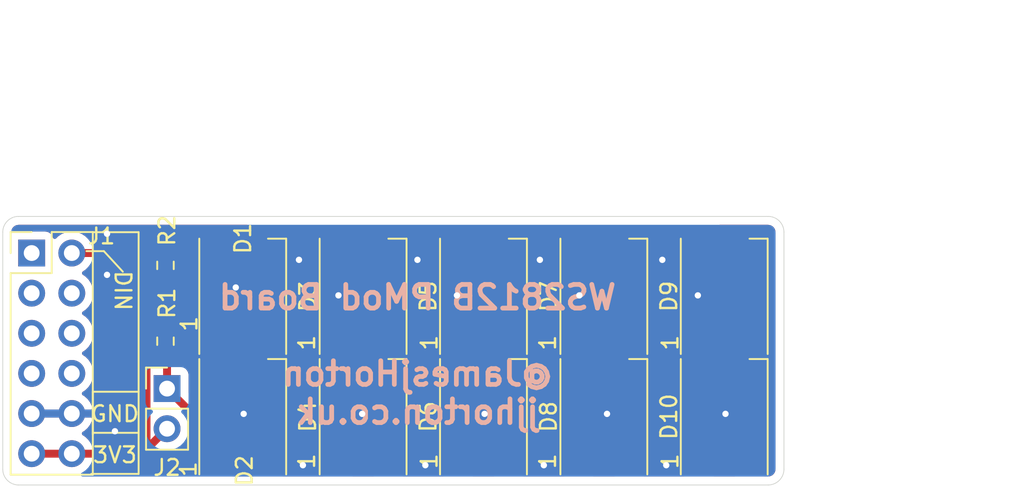
<source format=kicad_pcb>
(kicad_pcb (version 20171130) (host pcbnew "(5.1.9-0-10_14)")

  (general
    (thickness 1.6)
    (drawings 23)
    (tracks 95)
    (zones 0)
    (modules 14)
    (nets 23)
  )

  (page A4)
  (layers
    (0 F.Cu signal hide)
    (31 B.Cu signal hide)
    (32 B.Adhes user)
    (33 F.Adhes user)
    (34 B.Paste user)
    (35 F.Paste user)
    (36 B.SilkS user)
    (37 F.SilkS user)
    (38 B.Mask user)
    (39 F.Mask user)
    (40 Dwgs.User user)
    (41 Cmts.User user)
    (42 Eco1.User user)
    (43 Eco2.User user)
    (44 Edge.Cuts user)
    (45 Margin user)
    (46 B.CrtYd user)
    (47 F.CrtYd user)
    (48 B.Fab user)
    (49 F.Fab user)
  )

  (setup
    (last_trace_width 0.5)
    (user_trace_width 0.25)
    (user_trace_width 0.5)
    (trace_clearance 0.2)
    (zone_clearance 0.508)
    (zone_45_only no)
    (trace_min 0.2)
    (via_size 0.8)
    (via_drill 0.4)
    (via_min_size 0.4)
    (via_min_drill 0.3)
    (uvia_size 0.3)
    (uvia_drill 0.1)
    (uvias_allowed no)
    (uvia_min_size 0.2)
    (uvia_min_drill 0.1)
    (edge_width 0.05)
    (segment_width 0.2)
    (pcb_text_width 0.3)
    (pcb_text_size 1.5 1.5)
    (mod_edge_width 0.12)
    (mod_text_size 1 1)
    (mod_text_width 0.15)
    (pad_size 1.524 1.524)
    (pad_drill 0.762)
    (pad_to_mask_clearance 0)
    (aux_axis_origin 0 0)
    (visible_elements FFFFFF7F)
    (pcbplotparams
      (layerselection 0x010fc_ffffffff)
      (usegerberextensions false)
      (usegerberattributes true)
      (usegerberadvancedattributes true)
      (creategerberjobfile true)
      (excludeedgelayer true)
      (linewidth 0.100000)
      (plotframeref false)
      (viasonmask false)
      (mode 1)
      (useauxorigin false)
      (hpglpennumber 1)
      (hpglpenspeed 20)
      (hpglpendiameter 15.000000)
      (psnegative false)
      (psa4output false)
      (plotreference true)
      (plotvalue true)
      (plotinvisibletext false)
      (padsonsilk false)
      (subtractmaskfromsilk false)
      (outputformat 1)
      (mirror false)
      (drillshape 1)
      (scaleselection 1)
      (outputdirectory ""))
  )

  (net 0 "")
  (net 1 VCC)
  (net 2 "Net-(D1-Pad2)")
  (net 3 Din_Vcc)
  (net 4 GND)
  (net 5 "Net-(D2-Pad2)")
  (net 6 "Net-(D3-Pad2)")
  (net 7 "Net-(D4-Pad2)")
  (net 8 "Net-(D5-Pad2)")
  (net 9 "Net-(D6-Pad2)")
  (net 10 "Net-(D7-Pad2)")
  (net 11 "Net-(D8-Pad2)")
  (net 12 "Net-(D10-Pad4)")
  (net 13 "Net-(D10-Pad2)")
  (net 14 Din_3v3)
  (net 15 +3V3)
  (net 16 "Net-(J1-Pad4)")
  (net 17 "Net-(J1-Pad3)")
  (net 18 "Net-(J1-Pad1)")
  (net 19 "Net-(J1-Pad8)")
  (net 20 "Net-(J1-Pad7)")
  (net 21 "Net-(J1-Pad6)")
  (net 22 "Net-(J1-Pad5)")

  (net_class Default "This is the default net class."
    (clearance 0.2)
    (trace_width 0.25)
    (via_dia 0.8)
    (via_drill 0.4)
    (uvia_dia 0.3)
    (uvia_drill 0.1)
    (add_net +3V3)
    (add_net Din_3v3)
    (add_net Din_Vcc)
    (add_net GND)
    (add_net "Net-(D1-Pad2)")
    (add_net "Net-(D10-Pad2)")
    (add_net "Net-(D10-Pad4)")
    (add_net "Net-(D2-Pad2)")
    (add_net "Net-(D3-Pad2)")
    (add_net "Net-(D4-Pad2)")
    (add_net "Net-(D5-Pad2)")
    (add_net "Net-(D6-Pad2)")
    (add_net "Net-(D7-Pad2)")
    (add_net "Net-(D8-Pad2)")
    (add_net "Net-(J1-Pad1)")
    (add_net "Net-(J1-Pad3)")
    (add_net "Net-(J1-Pad4)")
    (add_net "Net-(J1-Pad5)")
    (add_net "Net-(J1-Pad6)")
    (add_net "Net-(J1-Pad7)")
    (add_net "Net-(J1-Pad8)")
    (add_net VCC)
  )

  (module Resistor_SMD:R_0603_1608Metric (layer F.Cu) (tedit 5F68FEEE) (tstamp 6087026A)
    (at 118.3 97.1 270)
    (descr "Resistor SMD 0603 (1608 Metric), square (rectangular) end terminal, IPC_7351 nominal, (Body size source: IPC-SM-782 page 72, https://www.pcb-3d.com/wordpress/wp-content/uploads/ipc-sm-782a_amendment_1_and_2.pdf), generated with kicad-footprint-generator")
    (tags resistor)
    (path /6088B93D)
    (attr smd)
    (fp_text reference R2 (at -2.2 -0.1 90) (layer F.SilkS)
      (effects (font (size 1 1) (thickness 0.15)))
    )
    (fp_text value 0 (at 0 1.43 90) (layer F.Fab)
      (effects (font (size 1 1) (thickness 0.15)))
    )
    (fp_line (start 1.48 0.73) (end -1.48 0.73) (layer F.CrtYd) (width 0.05))
    (fp_line (start 1.48 -0.73) (end 1.48 0.73) (layer F.CrtYd) (width 0.05))
    (fp_line (start -1.48 -0.73) (end 1.48 -0.73) (layer F.CrtYd) (width 0.05))
    (fp_line (start -1.48 0.73) (end -1.48 -0.73) (layer F.CrtYd) (width 0.05))
    (fp_line (start -0.237258 0.5225) (end 0.237258 0.5225) (layer F.SilkS) (width 0.12))
    (fp_line (start -0.237258 -0.5225) (end 0.237258 -0.5225) (layer F.SilkS) (width 0.12))
    (fp_line (start 0.8 0.4125) (end -0.8 0.4125) (layer F.Fab) (width 0.1))
    (fp_line (start 0.8 -0.4125) (end 0.8 0.4125) (layer F.Fab) (width 0.1))
    (fp_line (start -0.8 -0.4125) (end 0.8 -0.4125) (layer F.Fab) (width 0.1))
    (fp_line (start -0.8 0.4125) (end -0.8 -0.4125) (layer F.Fab) (width 0.1))
    (fp_text user %R (at 0 0 90) (layer F.Fab)
      (effects (font (size 0.4 0.4) (thickness 0.06)))
    )
    (pad 2 smd roundrect (at 0.825 0 270) (size 0.8 0.95) (layers F.Cu F.Paste F.Mask) (roundrect_rratio 0.25)
      (net 14 Din_3v3))
    (pad 1 smd roundrect (at -0.825 0 270) (size 0.8 0.95) (layers F.Cu F.Paste F.Mask) (roundrect_rratio 0.25)
      (net 3 Din_Vcc))
    (model ${KISYS3DMOD}/Resistor_SMD.3dshapes/R_0603_1608Metric.wrl
      (at (xyz 0 0 0))
      (scale (xyz 1 1 1))
      (rotate (xyz 0 0 0))
    )
  )

  (module Resistor_SMD:R_0603_1608Metric (layer F.Cu) (tedit 5F68FEEE) (tstamp 60870259)
    (at 118.3 101.9 90)
    (descr "Resistor SMD 0603 (1608 Metric), square (rectangular) end terminal, IPC_7351 nominal, (Body size source: IPC-SM-782 page 72, https://www.pcb-3d.com/wordpress/wp-content/uploads/ipc-sm-782a_amendment_1_and_2.pdf), generated with kicad-footprint-generator")
    (tags resistor)
    (path /608892A1)
    (attr smd)
    (fp_text reference R1 (at 2.4 0.1 90) (layer F.SilkS)
      (effects (font (size 1 1) (thickness 0.15)))
    )
    (fp_text value 0 (at 0 1.43 90) (layer F.Fab)
      (effects (font (size 1 1) (thickness 0.15)))
    )
    (fp_line (start 1.48 0.73) (end -1.48 0.73) (layer F.CrtYd) (width 0.05))
    (fp_line (start 1.48 -0.73) (end 1.48 0.73) (layer F.CrtYd) (width 0.05))
    (fp_line (start -1.48 -0.73) (end 1.48 -0.73) (layer F.CrtYd) (width 0.05))
    (fp_line (start -1.48 0.73) (end -1.48 -0.73) (layer F.CrtYd) (width 0.05))
    (fp_line (start -0.237258 0.5225) (end 0.237258 0.5225) (layer F.SilkS) (width 0.12))
    (fp_line (start -0.237258 -0.5225) (end 0.237258 -0.5225) (layer F.SilkS) (width 0.12))
    (fp_line (start 0.8 0.4125) (end -0.8 0.4125) (layer F.Fab) (width 0.1))
    (fp_line (start 0.8 -0.4125) (end 0.8 0.4125) (layer F.Fab) (width 0.1))
    (fp_line (start -0.8 -0.4125) (end 0.8 -0.4125) (layer F.Fab) (width 0.1))
    (fp_line (start -0.8 0.4125) (end -0.8 -0.4125) (layer F.Fab) (width 0.1))
    (fp_text user %R (at 0 0 90) (layer F.Fab)
      (effects (font (size 0.4 0.4) (thickness 0.06)))
    )
    (pad 2 smd roundrect (at 0.825 0 90) (size 0.8 0.95) (layers F.Cu F.Paste F.Mask) (roundrect_rratio 0.25)
      (net 15 +3V3))
    (pad 1 smd roundrect (at -0.825 0 90) (size 0.8 0.95) (layers F.Cu F.Paste F.Mask) (roundrect_rratio 0.25)
      (net 1 VCC))
    (model ${KISYS3DMOD}/Resistor_SMD.3dshapes/R_0603_1608Metric.wrl
      (at (xyz 0 0 0))
      (scale (xyz 1 1 1))
      (rotate (xyz 0 0 0))
    )
  )

  (module Connector_PinHeader_2.54mm:PinHeader_1x02_P2.54mm_Vertical (layer F.Cu) (tedit 59FED5CC) (tstamp 6086E9AD)
    (at 118.4 104.9)
    (descr "Through hole straight pin header, 1x02, 2.54mm pitch, single row")
    (tags "Through hole pin header THT 1x02 2.54mm single row")
    (path /6088DD0B)
    (fp_text reference J2 (at 0 5) (layer F.SilkS)
      (effects (font (size 1 1) (thickness 0.15)))
    )
    (fp_text value Conn_01x02 (at 0 4.87) (layer F.Fab)
      (effects (font (size 1 1) (thickness 0.15)))
    )
    (fp_line (start 1.8 -1.8) (end -1.8 -1.8) (layer F.CrtYd) (width 0.05))
    (fp_line (start 1.8 4.35) (end 1.8 -1.8) (layer F.CrtYd) (width 0.05))
    (fp_line (start -1.8 4.35) (end 1.8 4.35) (layer F.CrtYd) (width 0.05))
    (fp_line (start -1.8 -1.8) (end -1.8 4.35) (layer F.CrtYd) (width 0.05))
    (fp_line (start -1.33 -1.33) (end 0 -1.33) (layer F.SilkS) (width 0.12))
    (fp_line (start -1.33 0) (end -1.33 -1.33) (layer F.SilkS) (width 0.12))
    (fp_line (start -1.33 1.27) (end 1.33 1.27) (layer F.SilkS) (width 0.12))
    (fp_line (start 1.33 1.27) (end 1.33 3.87) (layer F.SilkS) (width 0.12))
    (fp_line (start -1.33 1.27) (end -1.33 3.87) (layer F.SilkS) (width 0.12))
    (fp_line (start -1.33 3.87) (end 1.33 3.87) (layer F.SilkS) (width 0.12))
    (fp_line (start -1.27 -0.635) (end -0.635 -1.27) (layer F.Fab) (width 0.1))
    (fp_line (start -1.27 3.81) (end -1.27 -0.635) (layer F.Fab) (width 0.1))
    (fp_line (start 1.27 3.81) (end -1.27 3.81) (layer F.Fab) (width 0.1))
    (fp_line (start 1.27 -1.27) (end 1.27 3.81) (layer F.Fab) (width 0.1))
    (fp_line (start -0.635 -1.27) (end 1.27 -1.27) (layer F.Fab) (width 0.1))
    (fp_text user %R (at 0 1.27 -270) (layer F.Fab)
      (effects (font (size 1 1) (thickness 0.15)))
    )
    (pad 2 thru_hole oval (at 0 2.54) (size 1.7 1.7) (drill 1) (layers *.Cu *.Mask)
      (net 15 +3V3))
    (pad 1 thru_hole rect (at 0 0) (size 1.7 1.7) (drill 1) (layers *.Cu *.Mask)
      (net 1 VCC))
    (model ${KISYS3DMOD}/Connector_PinHeader_2.54mm.3dshapes/PinHeader_1x02_P2.54mm_Vertical.wrl
      (at (xyz 0 0 0))
      (scale (xyz 1 1 1))
      (rotate (xyz 0 0 0))
    )
  )

  (module Connector_PinHeader_2.54mm:PinHeader_2x06_P2.54mm_Vertical (layer F.Cu) (tedit 59FED5CC) (tstamp 6086E997)
    (at 109.83 96.32)
    (descr "Through hole straight pin header, 2x06, 2.54mm pitch, double rows")
    (tags "Through hole pin header THT 2x06 2.54mm double row")
    (path /608853A3)
    (fp_text reference J1 (at 4.42 -1.07) (layer F.SilkS)
      (effects (font (size 1 1) (thickness 0.15)))
    )
    (fp_text value Conn_02x06_Counter_Clockwise (at 1.27 15.03) (layer F.Fab)
      (effects (font (size 1 1) (thickness 0.15)))
    )
    (fp_line (start 4.35 -1.8) (end -1.8 -1.8) (layer F.CrtYd) (width 0.05))
    (fp_line (start 4.35 14.5) (end 4.35 -1.8) (layer F.CrtYd) (width 0.05))
    (fp_line (start -1.8 14.5) (end 4.35 14.5) (layer F.CrtYd) (width 0.05))
    (fp_line (start -1.8 -1.8) (end -1.8 14.5) (layer F.CrtYd) (width 0.05))
    (fp_line (start -1.33 -1.33) (end 0 -1.33) (layer F.SilkS) (width 0.12))
    (fp_line (start -1.33 0) (end -1.33 -1.33) (layer F.SilkS) (width 0.12))
    (fp_line (start 1.27 -1.33) (end 3.87 -1.33) (layer F.SilkS) (width 0.12))
    (fp_line (start 1.27 1.27) (end 1.27 -1.33) (layer F.SilkS) (width 0.12))
    (fp_line (start -1.33 1.27) (end 1.27 1.27) (layer F.SilkS) (width 0.12))
    (fp_line (start 3.87 -1.33) (end 3.87 14.03) (layer F.SilkS) (width 0.12))
    (fp_line (start -1.33 1.27) (end -1.33 14.03) (layer F.SilkS) (width 0.12))
    (fp_line (start -1.33 14.03) (end 3.87 14.03) (layer F.SilkS) (width 0.12))
    (fp_line (start -1.27 0) (end 0 -1.27) (layer F.Fab) (width 0.1))
    (fp_line (start -1.27 13.97) (end -1.27 0) (layer F.Fab) (width 0.1))
    (fp_line (start 3.81 13.97) (end -1.27 13.97) (layer F.Fab) (width 0.1))
    (fp_line (start 3.81 -1.27) (end 3.81 13.97) (layer F.Fab) (width 0.1))
    (fp_line (start 0 -1.27) (end 3.81 -1.27) (layer F.Fab) (width 0.1))
    (fp_text user %R (at 1.27 6.35 90) (layer F.Fab)
      (effects (font (size 1 1) (thickness 0.15)))
    )
    (pad 12 thru_hole oval (at 2.54 12.7) (size 1.7 1.7) (drill 1) (layers *.Cu *.Mask)
      (net 15 +3V3))
    (pad 11 thru_hole oval (at 0 12.7) (size 1.7 1.7) (drill 1) (layers *.Cu *.Mask)
      (net 15 +3V3))
    (pad 10 thru_hole oval (at 2.54 10.16) (size 1.7 1.7) (drill 1) (layers *.Cu *.Mask)
      (net 4 GND))
    (pad 9 thru_hole oval (at 0 10.16) (size 1.7 1.7) (drill 1) (layers *.Cu *.Mask)
      (net 4 GND))
    (pad 8 thru_hole oval (at 2.54 7.62) (size 1.7 1.7) (drill 1) (layers *.Cu *.Mask)
      (net 19 "Net-(J1-Pad8)"))
    (pad 7 thru_hole oval (at 0 7.62) (size 1.7 1.7) (drill 1) (layers *.Cu *.Mask)
      (net 20 "Net-(J1-Pad7)"))
    (pad 6 thru_hole oval (at 2.54 5.08) (size 1.7 1.7) (drill 1) (layers *.Cu *.Mask)
      (net 21 "Net-(J1-Pad6)"))
    (pad 5 thru_hole oval (at 0 5.08) (size 1.7 1.7) (drill 1) (layers *.Cu *.Mask)
      (net 22 "Net-(J1-Pad5)"))
    (pad 4 thru_hole oval (at 2.54 2.54) (size 1.7 1.7) (drill 1) (layers *.Cu *.Mask)
      (net 16 "Net-(J1-Pad4)"))
    (pad 3 thru_hole oval (at 0 2.54) (size 1.7 1.7) (drill 1) (layers *.Cu *.Mask)
      (net 17 "Net-(J1-Pad3)"))
    (pad 2 thru_hole oval (at 2.54 0) (size 1.7 1.7) (drill 1) (layers *.Cu *.Mask)
      (net 14 Din_3v3))
    (pad 1 thru_hole rect (at 0 0) (size 1.7 1.7) (drill 1) (layers *.Cu *.Mask)
      (net 18 "Net-(J1-Pad1)"))
    (model ${KISYS3DMOD}/Connector_PinHeader_2.54mm.3dshapes/PinHeader_2x06_P2.54mm_Vertical.wrl
      (at (xyz 0 0 0))
      (scale (xyz 1 1 1))
      (rotate (xyz 0 0 0))
    )
  )

  (module LED_SMD:LED_WS2812B_PLCC4_5.0x5.0mm_P3.2mm (layer F.Cu) (tedit 5AA4B285) (tstamp 6086E975)
    (at 153.67 106.68 90)
    (descr https://cdn-shop.adafruit.com/datasheets/WS2812B.pdf)
    (tags "LED RGB NeoPixel")
    (path /6087D9CA)
    (attr smd)
    (fp_text reference D10 (at 0 -3.5 90) (layer F.SilkS)
      (effects (font (size 1 1) (thickness 0.15)))
    )
    (fp_text value WS2812B (at 0 4 90) (layer F.Fab)
      (effects (font (size 1 1) (thickness 0.15)))
    )
    (fp_circle (center 0 0) (end 0 -2) (layer F.Fab) (width 0.1))
    (fp_line (start 3.65 2.75) (end 3.65 1.6) (layer F.SilkS) (width 0.12))
    (fp_line (start -3.65 2.75) (end 3.65 2.75) (layer F.SilkS) (width 0.12))
    (fp_line (start -3.65 -2.75) (end 3.65 -2.75) (layer F.SilkS) (width 0.12))
    (fp_line (start 2.5 -2.5) (end -2.5 -2.5) (layer F.Fab) (width 0.1))
    (fp_line (start 2.5 2.5) (end 2.5 -2.5) (layer F.Fab) (width 0.1))
    (fp_line (start -2.5 2.5) (end 2.5 2.5) (layer F.Fab) (width 0.1))
    (fp_line (start -2.5 -2.5) (end -2.5 2.5) (layer F.Fab) (width 0.1))
    (fp_line (start 2.5 1.5) (end 1.5 2.5) (layer F.Fab) (width 0.1))
    (fp_line (start -3.45 -2.75) (end -3.45 2.75) (layer F.CrtYd) (width 0.05))
    (fp_line (start -3.45 2.75) (end 3.45 2.75) (layer F.CrtYd) (width 0.05))
    (fp_line (start 3.45 2.75) (end 3.45 -2.75) (layer F.CrtYd) (width 0.05))
    (fp_line (start 3.45 -2.75) (end -3.45 -2.75) (layer F.CrtYd) (width 0.05))
    (fp_text user %R (at 0 0 90) (layer F.Fab)
      (effects (font (size 0.8 0.8) (thickness 0.15)))
    )
    (fp_text user 1 (at -2.82 -3.42 90) (layer F.SilkS)
      (effects (font (size 1 1) (thickness 0.15)))
    )
    (pad 1 smd rect (at -2.45 -1.6 90) (size 1.5 1) (layers F.Cu F.Paste F.Mask)
      (net 1 VCC))
    (pad 2 smd rect (at -2.45 1.6 90) (size 1.5 1) (layers F.Cu F.Paste F.Mask)
      (net 13 "Net-(D10-Pad2)"))
    (pad 4 smd rect (at 2.45 -1.6 90) (size 1.5 1) (layers F.Cu F.Paste F.Mask)
      (net 12 "Net-(D10-Pad4)"))
    (pad 3 smd rect (at 2.45 1.6 90) (size 1.5 1) (layers F.Cu F.Paste F.Mask)
      (net 4 GND))
    (model ${KISYS3DMOD}/LED_SMD.3dshapes/LED_WS2812B_PLCC4_5.0x5.0mm_P3.2mm.wrl
      (at (xyz 0 0 0))
      (scale (xyz 1 1 1))
      (rotate (xyz 0 0 0))
    )
  )

  (module LED_SMD:LED_WS2812B_PLCC4_5.0x5.0mm_P3.2mm (layer F.Cu) (tedit 5AA4B285) (tstamp 6086E95E)
    (at 153.67 99.06 90)
    (descr https://cdn-shop.adafruit.com/datasheets/WS2812B.pdf)
    (tags "LED RGB NeoPixel")
    (path /6087D9C4)
    (attr smd)
    (fp_text reference D9 (at 0 -3.5 90) (layer F.SilkS)
      (effects (font (size 1 1) (thickness 0.15)))
    )
    (fp_text value WS2812B (at 0 4 90) (layer F.Fab)
      (effects (font (size 1 1) (thickness 0.15)))
    )
    (fp_circle (center 0 0) (end 0 -2) (layer F.Fab) (width 0.1))
    (fp_line (start 3.65 2.75) (end 3.65 1.6) (layer F.SilkS) (width 0.12))
    (fp_line (start -3.65 2.75) (end 3.65 2.75) (layer F.SilkS) (width 0.12))
    (fp_line (start -3.65 -2.75) (end 3.65 -2.75) (layer F.SilkS) (width 0.12))
    (fp_line (start 2.5 -2.5) (end -2.5 -2.5) (layer F.Fab) (width 0.1))
    (fp_line (start 2.5 2.5) (end 2.5 -2.5) (layer F.Fab) (width 0.1))
    (fp_line (start -2.5 2.5) (end 2.5 2.5) (layer F.Fab) (width 0.1))
    (fp_line (start -2.5 -2.5) (end -2.5 2.5) (layer F.Fab) (width 0.1))
    (fp_line (start 2.5 1.5) (end 1.5 2.5) (layer F.Fab) (width 0.1))
    (fp_line (start -3.45 -2.75) (end -3.45 2.75) (layer F.CrtYd) (width 0.05))
    (fp_line (start -3.45 2.75) (end 3.45 2.75) (layer F.CrtYd) (width 0.05))
    (fp_line (start 3.45 2.75) (end 3.45 -2.75) (layer F.CrtYd) (width 0.05))
    (fp_line (start 3.45 -2.75) (end -3.45 -2.75) (layer F.CrtYd) (width 0.05))
    (fp_text user %R (at 0 0 90) (layer F.Fab)
      (effects (font (size 0.8 0.8) (thickness 0.15)))
    )
    (fp_text user 1 (at -2.94 -3.42 90) (layer F.SilkS)
      (effects (font (size 1 1) (thickness 0.15)))
    )
    (pad 1 smd rect (at -2.45 -1.6 90) (size 1.5 1) (layers F.Cu F.Paste F.Mask)
      (net 1 VCC))
    (pad 2 smd rect (at -2.45 1.6 90) (size 1.5 1) (layers F.Cu F.Paste F.Mask)
      (net 12 "Net-(D10-Pad4)"))
    (pad 4 smd rect (at 2.45 -1.6 90) (size 1.5 1) (layers F.Cu F.Paste F.Mask)
      (net 11 "Net-(D8-Pad2)"))
    (pad 3 smd rect (at 2.45 1.6 90) (size 1.5 1) (layers F.Cu F.Paste F.Mask)
      (net 4 GND))
    (model ${KISYS3DMOD}/LED_SMD.3dshapes/LED_WS2812B_PLCC4_5.0x5.0mm_P3.2mm.wrl
      (at (xyz 0 0 0))
      (scale (xyz 1 1 1))
      (rotate (xyz 0 0 0))
    )
  )

  (module LED_SMD:LED_WS2812B_PLCC4_5.0x5.0mm_P3.2mm (layer F.Cu) (tedit 5AA4B285) (tstamp 6086E947)
    (at 146.05 106.68 90)
    (descr https://cdn-shop.adafruit.com/datasheets/WS2812B.pdf)
    (tags "LED RGB NeoPixel")
    (path /6087D9BE)
    (attr smd)
    (fp_text reference D8 (at 0 -3.5 90) (layer F.SilkS)
      (effects (font (size 1 1) (thickness 0.15)))
    )
    (fp_text value WS2812B (at 0 4 90) (layer F.Fab)
      (effects (font (size 1 1) (thickness 0.15)))
    )
    (fp_circle (center 0 0) (end 0 -2) (layer F.Fab) (width 0.1))
    (fp_line (start 3.65 2.75) (end 3.65 1.6) (layer F.SilkS) (width 0.12))
    (fp_line (start -3.65 2.75) (end 3.65 2.75) (layer F.SilkS) (width 0.12))
    (fp_line (start -3.65 -2.75) (end 3.65 -2.75) (layer F.SilkS) (width 0.12))
    (fp_line (start 2.5 -2.5) (end -2.5 -2.5) (layer F.Fab) (width 0.1))
    (fp_line (start 2.5 2.5) (end 2.5 -2.5) (layer F.Fab) (width 0.1))
    (fp_line (start -2.5 2.5) (end 2.5 2.5) (layer F.Fab) (width 0.1))
    (fp_line (start -2.5 -2.5) (end -2.5 2.5) (layer F.Fab) (width 0.1))
    (fp_line (start 2.5 1.5) (end 1.5 2.5) (layer F.Fab) (width 0.1))
    (fp_line (start -3.45 -2.75) (end -3.45 2.75) (layer F.CrtYd) (width 0.05))
    (fp_line (start -3.45 2.75) (end 3.45 2.75) (layer F.CrtYd) (width 0.05))
    (fp_line (start 3.45 2.75) (end 3.45 -2.75) (layer F.CrtYd) (width 0.05))
    (fp_line (start 3.45 -2.75) (end -3.45 -2.75) (layer F.CrtYd) (width 0.05))
    (fp_text user %R (at 0 0 90) (layer F.Fab)
      (effects (font (size 0.8 0.8) (thickness 0.15)))
    )
    (fp_text user 1 (at -2.82 -3.55 90) (layer F.SilkS)
      (effects (font (size 1 1) (thickness 0.15)))
    )
    (pad 1 smd rect (at -2.45 -1.6 90) (size 1.5 1) (layers F.Cu F.Paste F.Mask)
      (net 1 VCC))
    (pad 2 smd rect (at -2.45 1.6 90) (size 1.5 1) (layers F.Cu F.Paste F.Mask)
      (net 11 "Net-(D8-Pad2)"))
    (pad 4 smd rect (at 2.45 -1.6 90) (size 1.5 1) (layers F.Cu F.Paste F.Mask)
      (net 10 "Net-(D7-Pad2)"))
    (pad 3 smd rect (at 2.45 1.6 90) (size 1.5 1) (layers F.Cu F.Paste F.Mask)
      (net 4 GND))
    (model ${KISYS3DMOD}/LED_SMD.3dshapes/LED_WS2812B_PLCC4_5.0x5.0mm_P3.2mm.wrl
      (at (xyz 0 0 0))
      (scale (xyz 1 1 1))
      (rotate (xyz 0 0 0))
    )
  )

  (module LED_SMD:LED_WS2812B_PLCC4_5.0x5.0mm_P3.2mm (layer F.Cu) (tedit 5AA4B285) (tstamp 6086E930)
    (at 146.05 99.06 90)
    (descr https://cdn-shop.adafruit.com/datasheets/WS2812B.pdf)
    (tags "LED RGB NeoPixel")
    (path /6087D9B8)
    (attr smd)
    (fp_text reference D7 (at 0 -3.5 90) (layer F.SilkS)
      (effects (font (size 1 1) (thickness 0.15)))
    )
    (fp_text value WS2812B (at 0 4 90) (layer F.Fab)
      (effects (font (size 1 1) (thickness 0.15)))
    )
    (fp_circle (center 0 0) (end 0 -2) (layer F.Fab) (width 0.1))
    (fp_line (start 3.65 2.75) (end 3.65 1.6) (layer F.SilkS) (width 0.12))
    (fp_line (start -3.65 2.75) (end 3.65 2.75) (layer F.SilkS) (width 0.12))
    (fp_line (start -3.65 -2.75) (end 3.65 -2.75) (layer F.SilkS) (width 0.12))
    (fp_line (start 2.5 -2.5) (end -2.5 -2.5) (layer F.Fab) (width 0.1))
    (fp_line (start 2.5 2.5) (end 2.5 -2.5) (layer F.Fab) (width 0.1))
    (fp_line (start -2.5 2.5) (end 2.5 2.5) (layer F.Fab) (width 0.1))
    (fp_line (start -2.5 -2.5) (end -2.5 2.5) (layer F.Fab) (width 0.1))
    (fp_line (start 2.5 1.5) (end 1.5 2.5) (layer F.Fab) (width 0.1))
    (fp_line (start -3.45 -2.75) (end -3.45 2.75) (layer F.CrtYd) (width 0.05))
    (fp_line (start -3.45 2.75) (end 3.45 2.75) (layer F.CrtYd) (width 0.05))
    (fp_line (start 3.45 2.75) (end 3.45 -2.75) (layer F.CrtYd) (width 0.05))
    (fp_line (start 3.45 -2.75) (end -3.45 -2.75) (layer F.CrtYd) (width 0.05))
    (fp_text user %R (at 0 0 90) (layer F.Fab)
      (effects (font (size 0.8 0.8) (thickness 0.15)))
    )
    (fp_text user 1 (at -2.94 -3.55 90) (layer F.SilkS)
      (effects (font (size 1 1) (thickness 0.15)))
    )
    (pad 1 smd rect (at -2.45 -1.6 90) (size 1.5 1) (layers F.Cu F.Paste F.Mask)
      (net 1 VCC))
    (pad 2 smd rect (at -2.45 1.6 90) (size 1.5 1) (layers F.Cu F.Paste F.Mask)
      (net 10 "Net-(D7-Pad2)"))
    (pad 4 smd rect (at 2.45 -1.6 90) (size 1.5 1) (layers F.Cu F.Paste F.Mask)
      (net 9 "Net-(D6-Pad2)"))
    (pad 3 smd rect (at 2.45 1.6 90) (size 1.5 1) (layers F.Cu F.Paste F.Mask)
      (net 4 GND))
    (model ${KISYS3DMOD}/LED_SMD.3dshapes/LED_WS2812B_PLCC4_5.0x5.0mm_P3.2mm.wrl
      (at (xyz 0 0 0))
      (scale (xyz 1 1 1))
      (rotate (xyz 0 0 0))
    )
  )

  (module LED_SMD:LED_WS2812B_PLCC4_5.0x5.0mm_P3.2mm (layer F.Cu) (tedit 5AA4B285) (tstamp 6086E919)
    (at 138.43 106.68 90)
    (descr https://cdn-shop.adafruit.com/datasheets/WS2812B.pdf)
    (tags "LED RGB NeoPixel")
    (path /6087D9B2)
    (attr smd)
    (fp_text reference D6 (at 0 -3.5 90) (layer F.SilkS)
      (effects (font (size 1 1) (thickness 0.15)))
    )
    (fp_text value WS2812B (at 0 4 90) (layer F.Fab)
      (effects (font (size 1 1) (thickness 0.15)))
    )
    (fp_circle (center 0 0) (end 0 -2) (layer F.Fab) (width 0.1))
    (fp_line (start 3.65 2.75) (end 3.65 1.6) (layer F.SilkS) (width 0.12))
    (fp_line (start -3.65 2.75) (end 3.65 2.75) (layer F.SilkS) (width 0.12))
    (fp_line (start -3.65 -2.75) (end 3.65 -2.75) (layer F.SilkS) (width 0.12))
    (fp_line (start 2.5 -2.5) (end -2.5 -2.5) (layer F.Fab) (width 0.1))
    (fp_line (start 2.5 2.5) (end 2.5 -2.5) (layer F.Fab) (width 0.1))
    (fp_line (start -2.5 2.5) (end 2.5 2.5) (layer F.Fab) (width 0.1))
    (fp_line (start -2.5 -2.5) (end -2.5 2.5) (layer F.Fab) (width 0.1))
    (fp_line (start 2.5 1.5) (end 1.5 2.5) (layer F.Fab) (width 0.1))
    (fp_line (start -3.45 -2.75) (end -3.45 2.75) (layer F.CrtYd) (width 0.05))
    (fp_line (start -3.45 2.75) (end 3.45 2.75) (layer F.CrtYd) (width 0.05))
    (fp_line (start 3.45 2.75) (end 3.45 -2.75) (layer F.CrtYd) (width 0.05))
    (fp_line (start 3.45 -2.75) (end -3.45 -2.75) (layer F.CrtYd) (width 0.05))
    (fp_text user %R (at 0 0 90) (layer F.Fab)
      (effects (font (size 0.8 0.8) (thickness 0.15)))
    )
    (fp_text user 1 (at -2.82 -3.43 90) (layer F.SilkS)
      (effects (font (size 1 1) (thickness 0.15)))
    )
    (pad 1 smd rect (at -2.45 -1.6 90) (size 1.5 1) (layers F.Cu F.Paste F.Mask)
      (net 1 VCC))
    (pad 2 smd rect (at -2.45 1.6 90) (size 1.5 1) (layers F.Cu F.Paste F.Mask)
      (net 9 "Net-(D6-Pad2)"))
    (pad 4 smd rect (at 2.45 -1.6 90) (size 1.5 1) (layers F.Cu F.Paste F.Mask)
      (net 8 "Net-(D5-Pad2)"))
    (pad 3 smd rect (at 2.45 1.6 90) (size 1.5 1) (layers F.Cu F.Paste F.Mask)
      (net 4 GND))
    (model ${KISYS3DMOD}/LED_SMD.3dshapes/LED_WS2812B_PLCC4_5.0x5.0mm_P3.2mm.wrl
      (at (xyz 0 0 0))
      (scale (xyz 1 1 1))
      (rotate (xyz 0 0 0))
    )
  )

  (module LED_SMD:LED_WS2812B_PLCC4_5.0x5.0mm_P3.2mm (layer F.Cu) (tedit 5AA4B285) (tstamp 6086E902)
    (at 138.43 99.06 90)
    (descr https://cdn-shop.adafruit.com/datasheets/WS2812B.pdf)
    (tags "LED RGB NeoPixel")
    (path /60870A95)
    (attr smd)
    (fp_text reference D5 (at 0 -3.5 90) (layer F.SilkS)
      (effects (font (size 1 1) (thickness 0.15)))
    )
    (fp_text value WS2812B (at 0 4 90) (layer F.Fab)
      (effects (font (size 1 1) (thickness 0.15)))
    )
    (fp_circle (center 0 0) (end 0 -2) (layer F.Fab) (width 0.1))
    (fp_line (start 3.65 2.75) (end 3.65 1.6) (layer F.SilkS) (width 0.12))
    (fp_line (start -3.65 2.75) (end 3.65 2.75) (layer F.SilkS) (width 0.12))
    (fp_line (start -3.65 -2.75) (end 3.65 -2.75) (layer F.SilkS) (width 0.12))
    (fp_line (start 2.5 -2.5) (end -2.5 -2.5) (layer F.Fab) (width 0.1))
    (fp_line (start 2.5 2.5) (end 2.5 -2.5) (layer F.Fab) (width 0.1))
    (fp_line (start -2.5 2.5) (end 2.5 2.5) (layer F.Fab) (width 0.1))
    (fp_line (start -2.5 -2.5) (end -2.5 2.5) (layer F.Fab) (width 0.1))
    (fp_line (start 2.5 1.5) (end 1.5 2.5) (layer F.Fab) (width 0.1))
    (fp_line (start -3.45 -2.75) (end -3.45 2.75) (layer F.CrtYd) (width 0.05))
    (fp_line (start -3.45 2.75) (end 3.45 2.75) (layer F.CrtYd) (width 0.05))
    (fp_line (start 3.45 2.75) (end 3.45 -2.75) (layer F.CrtYd) (width 0.05))
    (fp_line (start 3.45 -2.75) (end -3.45 -2.75) (layer F.CrtYd) (width 0.05))
    (fp_text user %R (at 0 0 90) (layer F.Fab)
      (effects (font (size 0.8 0.8) (thickness 0.15)))
    )
    (fp_text user 1 (at -2.94 -3.43 90) (layer F.SilkS)
      (effects (font (size 1 1) (thickness 0.15)))
    )
    (pad 1 smd rect (at -2.45 -1.6 90) (size 1.5 1) (layers F.Cu F.Paste F.Mask)
      (net 1 VCC))
    (pad 2 smd rect (at -2.45 1.6 90) (size 1.5 1) (layers F.Cu F.Paste F.Mask)
      (net 8 "Net-(D5-Pad2)"))
    (pad 4 smd rect (at 2.45 -1.6 90) (size 1.5 1) (layers F.Cu F.Paste F.Mask)
      (net 7 "Net-(D4-Pad2)"))
    (pad 3 smd rect (at 2.45 1.6 90) (size 1.5 1) (layers F.Cu F.Paste F.Mask)
      (net 4 GND))
    (model ${KISYS3DMOD}/LED_SMD.3dshapes/LED_WS2812B_PLCC4_5.0x5.0mm_P3.2mm.wrl
      (at (xyz 0 0 0))
      (scale (xyz 1 1 1))
      (rotate (xyz 0 0 0))
    )
  )

  (module LED_SMD:LED_WS2812B_PLCC4_5.0x5.0mm_P3.2mm (layer F.Cu) (tedit 5AA4B285) (tstamp 6086E8EB)
    (at 130.81 106.68 90)
    (descr https://cdn-shop.adafruit.com/datasheets/WS2812B.pdf)
    (tags "LED RGB NeoPixel")
    (path /6086FE7D)
    (attr smd)
    (fp_text reference D4 (at 0 -3.5 90) (layer F.SilkS)
      (effects (font (size 1 1) (thickness 0.15)))
    )
    (fp_text value WS2812B (at 0 4 90) (layer F.Fab)
      (effects (font (size 1 1) (thickness 0.15)))
    )
    (fp_circle (center 0 0) (end 0 -2) (layer F.Fab) (width 0.1))
    (fp_line (start 3.65 2.75) (end 3.65 1.6) (layer F.SilkS) (width 0.12))
    (fp_line (start -3.65 2.75) (end 3.65 2.75) (layer F.SilkS) (width 0.12))
    (fp_line (start -3.65 -2.75) (end 3.65 -2.75) (layer F.SilkS) (width 0.12))
    (fp_line (start 2.5 -2.5) (end -2.5 -2.5) (layer F.Fab) (width 0.1))
    (fp_line (start 2.5 2.5) (end 2.5 -2.5) (layer F.Fab) (width 0.1))
    (fp_line (start -2.5 2.5) (end 2.5 2.5) (layer F.Fab) (width 0.1))
    (fp_line (start -2.5 -2.5) (end -2.5 2.5) (layer F.Fab) (width 0.1))
    (fp_line (start 2.5 1.5) (end 1.5 2.5) (layer F.Fab) (width 0.1))
    (fp_line (start -3.45 -2.75) (end -3.45 2.75) (layer F.CrtYd) (width 0.05))
    (fp_line (start -3.45 2.75) (end 3.45 2.75) (layer F.CrtYd) (width 0.05))
    (fp_line (start 3.45 2.75) (end 3.45 -2.75) (layer F.CrtYd) (width 0.05))
    (fp_line (start 3.45 -2.75) (end -3.45 -2.75) (layer F.CrtYd) (width 0.05))
    (fp_text user %R (at 0 0 90) (layer F.Fab)
      (effects (font (size 0.8 0.8) (thickness 0.15)))
    )
    (fp_text user 1 (at -2.82 -3.56 90) (layer F.SilkS)
      (effects (font (size 1 1) (thickness 0.15)))
    )
    (pad 1 smd rect (at -2.45 -1.6 90) (size 1.5 1) (layers F.Cu F.Paste F.Mask)
      (net 1 VCC))
    (pad 2 smd rect (at -2.45 1.6 90) (size 1.5 1) (layers F.Cu F.Paste F.Mask)
      (net 7 "Net-(D4-Pad2)"))
    (pad 4 smd rect (at 2.45 -1.6 90) (size 1.5 1) (layers F.Cu F.Paste F.Mask)
      (net 6 "Net-(D3-Pad2)"))
    (pad 3 smd rect (at 2.45 1.6 90) (size 1.5 1) (layers F.Cu F.Paste F.Mask)
      (net 4 GND))
    (model ${KISYS3DMOD}/LED_SMD.3dshapes/LED_WS2812B_PLCC4_5.0x5.0mm_P3.2mm.wrl
      (at (xyz 0 0 0))
      (scale (xyz 1 1 1))
      (rotate (xyz 0 0 0))
    )
  )

  (module LED_SMD:LED_WS2812B_PLCC4_5.0x5.0mm_P3.2mm (layer F.Cu) (tedit 5AA4B285) (tstamp 6086E8D4)
    (at 130.81 99.06 90)
    (descr https://cdn-shop.adafruit.com/datasheets/WS2812B.pdf)
    (tags "LED RGB NeoPixel")
    (path /6086FE77)
    (attr smd)
    (fp_text reference D3 (at 0 -3.5 90) (layer F.SilkS)
      (effects (font (size 1 1) (thickness 0.15)))
    )
    (fp_text value WS2812B (at 0 4 90) (layer F.Fab)
      (effects (font (size 1 1) (thickness 0.15)))
    )
    (fp_circle (center 0 0) (end 0 -2) (layer F.Fab) (width 0.1))
    (fp_line (start 3.65 2.75) (end 3.65 1.6) (layer F.SilkS) (width 0.12))
    (fp_line (start -3.65 2.75) (end 3.65 2.75) (layer F.SilkS) (width 0.12))
    (fp_line (start -3.65 -2.75) (end 3.65 -2.75) (layer F.SilkS) (width 0.12))
    (fp_line (start 2.5 -2.5) (end -2.5 -2.5) (layer F.Fab) (width 0.1))
    (fp_line (start 2.5 2.5) (end 2.5 -2.5) (layer F.Fab) (width 0.1))
    (fp_line (start -2.5 2.5) (end 2.5 2.5) (layer F.Fab) (width 0.1))
    (fp_line (start -2.5 -2.5) (end -2.5 2.5) (layer F.Fab) (width 0.1))
    (fp_line (start 2.5 1.5) (end 1.5 2.5) (layer F.Fab) (width 0.1))
    (fp_line (start -3.45 -2.75) (end -3.45 2.75) (layer F.CrtYd) (width 0.05))
    (fp_line (start -3.45 2.75) (end 3.45 2.75) (layer F.CrtYd) (width 0.05))
    (fp_line (start 3.45 2.75) (end 3.45 -2.75) (layer F.CrtYd) (width 0.05))
    (fp_line (start 3.45 -2.75) (end -3.45 -2.75) (layer F.CrtYd) (width 0.05))
    (fp_text user %R (at 0 0 90) (layer F.Fab)
      (effects (font (size 0.8 0.8) (thickness 0.15)))
    )
    (fp_text user 1 (at -2.94 -3.56 90) (layer F.SilkS)
      (effects (font (size 1 1) (thickness 0.15)))
    )
    (pad 1 smd rect (at -2.45 -1.6 90) (size 1.5 1) (layers F.Cu F.Paste F.Mask)
      (net 1 VCC))
    (pad 2 smd rect (at -2.45 1.6 90) (size 1.5 1) (layers F.Cu F.Paste F.Mask)
      (net 6 "Net-(D3-Pad2)"))
    (pad 4 smd rect (at 2.45 -1.6 90) (size 1.5 1) (layers F.Cu F.Paste F.Mask)
      (net 5 "Net-(D2-Pad2)"))
    (pad 3 smd rect (at 2.45 1.6 90) (size 1.5 1) (layers F.Cu F.Paste F.Mask)
      (net 4 GND))
    (model ${KISYS3DMOD}/LED_SMD.3dshapes/LED_WS2812B_PLCC4_5.0x5.0mm_P3.2mm.wrl
      (at (xyz 0 0 0))
      (scale (xyz 1 1 1))
      (rotate (xyz 0 0 0))
    )
  )

  (module LED_SMD:LED_WS2812B_PLCC4_5.0x5.0mm_P3.2mm (layer F.Cu) (tedit 5AA4B285) (tstamp 6086E8BD)
    (at 123.19 106.68 90)
    (descr https://cdn-shop.adafruit.com/datasheets/WS2812B.pdf)
    (tags "LED RGB NeoPixel")
    (path /6086ED23)
    (attr smd)
    (fp_text reference D2 (at -3.42 0.11 90) (layer F.SilkS)
      (effects (font (size 1 1) (thickness 0.15)))
    )
    (fp_text value WS2812B (at 0 4 90) (layer F.Fab)
      (effects (font (size 1 1) (thickness 0.15)))
    )
    (fp_circle (center 0 0) (end 0 -2) (layer F.Fab) (width 0.1))
    (fp_line (start 3.65 2.75) (end 3.65 1.6) (layer F.SilkS) (width 0.12))
    (fp_line (start -3.65 2.75) (end 3.65 2.75) (layer F.SilkS) (width 0.12))
    (fp_line (start -3.65 -2.75) (end 3.65 -2.75) (layer F.SilkS) (width 0.12))
    (fp_line (start 2.5 -2.5) (end -2.5 -2.5) (layer F.Fab) (width 0.1))
    (fp_line (start 2.5 2.5) (end 2.5 -2.5) (layer F.Fab) (width 0.1))
    (fp_line (start -2.5 2.5) (end 2.5 2.5) (layer F.Fab) (width 0.1))
    (fp_line (start -2.5 -2.5) (end -2.5 2.5) (layer F.Fab) (width 0.1))
    (fp_line (start 2.5 1.5) (end 1.5 2.5) (layer F.Fab) (width 0.1))
    (fp_line (start -3.45 -2.75) (end -3.45 2.75) (layer F.CrtYd) (width 0.05))
    (fp_line (start -3.45 2.75) (end 3.45 2.75) (layer F.CrtYd) (width 0.05))
    (fp_line (start 3.45 2.75) (end 3.45 -2.75) (layer F.CrtYd) (width 0.05))
    (fp_line (start 3.45 -2.75) (end -3.45 -2.75) (layer F.CrtYd) (width 0.05))
    (fp_text user %R (at 0 0 90) (layer F.Fab)
      (effects (font (size 0.8 0.8) (thickness 0.15)))
    )
    (fp_text user 1 (at -3.32 -3.44 90) (layer F.SilkS)
      (effects (font (size 1 1) (thickness 0.15)))
    )
    (pad 1 smd rect (at -2.45 -1.6 90) (size 1.5 1) (layers F.Cu F.Paste F.Mask)
      (net 1 VCC))
    (pad 2 smd rect (at -2.45 1.6 90) (size 1.5 1) (layers F.Cu F.Paste F.Mask)
      (net 5 "Net-(D2-Pad2)"))
    (pad 4 smd rect (at 2.45 -1.6 90) (size 1.5 1) (layers F.Cu F.Paste F.Mask)
      (net 2 "Net-(D1-Pad2)"))
    (pad 3 smd rect (at 2.45 1.6 90) (size 1.5 1) (layers F.Cu F.Paste F.Mask)
      (net 4 GND))
    (model ${KISYS3DMOD}/LED_SMD.3dshapes/LED_WS2812B_PLCC4_5.0x5.0mm_P3.2mm.wrl
      (at (xyz 0 0 0))
      (scale (xyz 1 1 1))
      (rotate (xyz 0 0 0))
    )
  )

  (module LED_SMD:LED_WS2812B_PLCC4_5.0x5.0mm_P3.2mm (layer F.Cu) (tedit 5AA4B285) (tstamp 6086E8A6)
    (at 123.19 99.06 90)
    (descr https://cdn-shop.adafruit.com/datasheets/WS2812B.pdf)
    (tags "LED RGB NeoPixel")
    (path /6086DBA5)
    (attr smd)
    (fp_text reference D1 (at 3.66 0.01 90) (layer F.SilkS)
      (effects (font (size 1 1) (thickness 0.15)))
    )
    (fp_text value WS2812B (at 0 4 90) (layer F.Fab)
      (effects (font (size 1 1) (thickness 0.15)))
    )
    (fp_circle (center 0 0) (end 0 -2) (layer F.Fab) (width 0.1))
    (fp_line (start 3.65 2.75) (end 3.65 1.6) (layer F.SilkS) (width 0.12))
    (fp_line (start -3.65 2.75) (end 3.65 2.75) (layer F.SilkS) (width 0.12))
    (fp_line (start -3.65 -2.75) (end 3.65 -2.75) (layer F.SilkS) (width 0.12))
    (fp_line (start 2.5 -2.5) (end -2.5 -2.5) (layer F.Fab) (width 0.1))
    (fp_line (start 2.5 2.5) (end 2.5 -2.5) (layer F.Fab) (width 0.1))
    (fp_line (start -2.5 2.5) (end 2.5 2.5) (layer F.Fab) (width 0.1))
    (fp_line (start -2.5 -2.5) (end -2.5 2.5) (layer F.Fab) (width 0.1))
    (fp_line (start 2.5 1.5) (end 1.5 2.5) (layer F.Fab) (width 0.1))
    (fp_line (start -3.45 -2.75) (end -3.45 2.75) (layer F.CrtYd) (width 0.05))
    (fp_line (start -3.45 2.75) (end 3.45 2.75) (layer F.CrtYd) (width 0.05))
    (fp_line (start 3.45 2.75) (end 3.45 -2.75) (layer F.CrtYd) (width 0.05))
    (fp_line (start 3.45 -2.75) (end -3.45 -2.75) (layer F.CrtYd) (width 0.05))
    (fp_text user %R (at 0 0 90) (layer F.Fab)
      (effects (font (size 0.8 0.8) (thickness 0.15)))
    )
    (fp_text user 1 (at -1.74 -3.39 90) (layer F.SilkS)
      (effects (font (size 1 1) (thickness 0.15)))
    )
    (pad 1 smd rect (at -2.45 -1.6 90) (size 1.5 1) (layers F.Cu F.Paste F.Mask)
      (net 1 VCC))
    (pad 2 smd rect (at -2.45 1.6 90) (size 1.5 1) (layers F.Cu F.Paste F.Mask)
      (net 2 "Net-(D1-Pad2)"))
    (pad 4 smd rect (at 2.45 -1.6 90) (size 1.5 1) (layers F.Cu F.Paste F.Mask)
      (net 3 Din_Vcc))
    (pad 3 smd rect (at 2.45 1.6 90) (size 1.5 1) (layers F.Cu F.Paste F.Mask)
      (net 4 GND))
    (model ${KISYS3DMOD}/LED_SMD.3dshapes/LED_WS2812B_PLCC4_5.0x5.0mm_P3.2mm.wrl
      (at (xyz 0 0 0))
      (scale (xyz 1 1 1))
      (rotate (xyz 0 0 0))
    )
  )

  (gr_line (start 116.6 95) (end 113.7 95) (layer F.SilkS) (width 0.12))
  (gr_line (start 116.6 105.1) (end 116.6 95) (layer F.SilkS) (width 0.12))
  (gr_line (start 114.4 96.2) (end 113.3 96.2) (layer F.SilkS) (width 0.12))
  (gr_line (start 115.6 97.5) (end 114.4 96.2) (layer F.SilkS) (width 0.12))
  (gr_text DIN (at 115.6 98.7 -90) (layer F.SilkS)
    (effects (font (size 1 1) (thickness 0.15)))
  )
  (gr_text GND (at 115.1 106.5) (layer F.SilkS)
    (effects (font (size 1 1) (thickness 0.15)))
  )
  (gr_text 3V3 (at 115.1 109.1) (layer F.SilkS)
    (effects (font (size 1 1) (thickness 0.15)))
  )
  (gr_line (start 113.7 107.7) (end 116.6 107.7) (layer F.SilkS) (width 0.12))
  (gr_line (start 113.7 105.1) (end 113.7 107.8) (layer F.SilkS) (width 0.12))
  (gr_line (start 116.6 105.1) (end 113.7 105.1) (layer F.SilkS) (width 0.12))
  (gr_line (start 116.6 110.3) (end 116.6 105.1) (layer F.SilkS) (width 0.12))
  (gr_line (start 113.6 110.3) (end 116.6 110.3) (layer F.SilkS) (width 0.12))
  (gr_text "WS2812B PMod Board\n\n@JamesjHorton\njjhorton.co.uk" (at 134.25 102.75) (layer B.SilkS)
    (effects (font (size 1.5 1.5) (thickness 0.3)) (justify mirror))
  )
  (dimension 17 (width 0.15) (layer Dwgs.User)
    (gr_text "17.000 mm" (at 171.3 102.5 270) (layer Dwgs.User)
      (effects (font (size 1 1) (thickness 0.15)))
    )
    (feature1 (pts (xy 157.5 111) (xy 170.586421 111)))
    (feature2 (pts (xy 157.5 94) (xy 170.586421 94)))
    (crossbar (pts (xy 170 94) (xy 170 111)))
    (arrow1a (pts (xy 170 111) (xy 169.413579 109.873496)))
    (arrow1b (pts (xy 170 111) (xy 170.586421 109.873496)))
    (arrow2a (pts (xy 170 94) (xy 169.413579 95.126504)))
    (arrow2b (pts (xy 170 94) (xy 170.586421 95.126504)))
  )
  (gr_arc (start 109 110) (end 108 110) (angle -90) (layer Edge.Cuts) (width 0.05) (tstamp 6086EB18))
  (gr_arc (start 109 95) (end 109 94) (angle -90) (layer Edge.Cuts) (width 0.05) (tstamp 6086EB18))
  (gr_arc (start 156.45 95) (end 157.45 95) (angle -90) (layer Edge.Cuts) (width 0.05) (tstamp 6086EB18))
  (gr_arc (start 156.45 110) (end 156.45 111) (angle -90) (layer Edge.Cuts) (width 0.05))
  (gr_line (start 156.45 94) (end 109 94) (layer Edge.Cuts) (width 0.05) (tstamp 6087043B))
  (gr_line (start 157.45 110) (end 157.45 95) (layer Edge.Cuts) (width 0.05))
  (gr_line (start 109 111) (end 156.45 111) (layer Edge.Cuts) (width 0.05))
  (gr_line (start 108 95) (end 108 110) (layer Edge.Cuts) (width 0.05))
  (dimension 49.6 (width 0.15) (layer Dwgs.User)
    (gr_text "49.600 mm" (at 132.7 81) (layer Dwgs.User)
      (effects (font (size 1 1) (thickness 0.15)))
    )
    (feature1 (pts (xy 157.5 94) (xy 157.5 81.713579)))
    (feature2 (pts (xy 107.9 94) (xy 107.9 81.713579)))
    (crossbar (pts (xy 107.9 82.3) (xy 157.5 82.3)))
    (arrow1a (pts (xy 157.5 82.3) (xy 156.373496 82.886421)))
    (arrow1b (pts (xy 157.5 82.3) (xy 156.373496 81.713579)))
    (arrow2a (pts (xy 107.9 82.3) (xy 109.026504 82.886421)))
    (arrow2b (pts (xy 107.9 82.3) (xy 109.026504 81.713579)))
  )

  (segment (start 121.59 108.81) (end 121.59 109.13) (width 0.5) (layer F.Cu) (net 1))
  (segment (start 130.160001 100.559999) (end 129.21 101.51) (width 0.5) (layer F.Cu) (net 1))
  (segment (start 130.160001 95.499999) (end 130.160001 100.559999) (width 0.5) (layer F.Cu) (net 1))
  (segment (start 130.070001 95.409999) (end 130.160001 95.499999) (width 0.5) (layer F.Cu) (net 1))
  (segment (start 123.929999 95.409999) (end 130.070001 95.409999) (width 0.5) (layer F.Cu) (net 1))
  (segment (start 123.839999 95.499999) (end 123.929999 95.409999) (width 0.5) (layer F.Cu) (net 1))
  (segment (start 123.839999 99.260001) (end 123.839999 95.499999) (width 0.5) (layer F.Cu) (net 1))
  (segment (start 121.59 101.51) (end 123.839999 99.260001) (width 0.5) (layer F.Cu) (net 1))
  (segment (start 128.259999 108.179999) (end 129.21 109.13) (width 0.5) (layer F.Cu) (net 1))
  (segment (start 128.259999 102.460001) (end 128.259999 108.179999) (width 0.5) (layer F.Cu) (net 1))
  (segment (start 129.21 101.51) (end 128.259999 102.460001) (width 0.5) (layer F.Cu) (net 1))
  (segment (start 137.690001 95.409999) (end 130.070001 95.409999) (width 0.5) (layer F.Cu) (net 1))
  (segment (start 137.780001 95.499999) (end 137.690001 95.409999) (width 0.5) (layer F.Cu) (net 1))
  (segment (start 137.780001 100.559999) (end 137.780001 95.499999) (width 0.5) (layer F.Cu) (net 1))
  (segment (start 136.83 101.51) (end 137.780001 100.559999) (width 0.5) (layer F.Cu) (net 1))
  (segment (start 135.879999 108.179999) (end 135.879999 102.460001) (width 0.5) (layer F.Cu) (net 1))
  (segment (start 135.879999 102.460001) (end 136.83 101.51) (width 0.5) (layer F.Cu) (net 1))
  (segment (start 136.83 109.13) (end 135.879999 108.179999) (width 0.5) (layer F.Cu) (net 1))
  (segment (start 145.310001 95.409999) (end 137.870001 95.409999) (width 0.5) (layer F.Cu) (net 1))
  (segment (start 146.699999 96.799997) (end 145.310001 95.409999) (width 0.5) (layer F.Cu) (net 1))
  (segment (start 146.699999 99.260001) (end 146.699999 96.799997) (width 0.5) (layer F.Cu) (net 1))
  (segment (start 137.870001 95.409999) (end 137.780001 95.499999) (width 0.5) (layer F.Cu) (net 1))
  (segment (start 144.45 101.51) (end 146.699999 99.260001) (width 0.5) (layer F.Cu) (net 1))
  (segment (start 143.499999 108.179999) (end 144.45 109.13) (width 0.5) (layer F.Cu) (net 1))
  (segment (start 143.499999 102.460001) (end 143.499999 108.179999) (width 0.5) (layer F.Cu) (net 1))
  (segment (start 144.45 101.51) (end 143.499999 102.460001) (width 0.5) (layer F.Cu) (net 1))
  (segment (start 152.930001 95.409999) (end 145.310001 95.409999) (width 0.5) (layer F.Cu) (net 1))
  (segment (start 153.020001 95.499999) (end 152.930001 95.409999) (width 0.5) (layer F.Cu) (net 1))
  (segment (start 153.020001 100.559999) (end 153.020001 95.499999) (width 0.5) (layer F.Cu) (net 1))
  (segment (start 152.07 101.51) (end 153.020001 100.559999) (width 0.5) (layer F.Cu) (net 1))
  (segment (start 151.119999 102.460001) (end 152.07 101.51) (width 0.5) (layer F.Cu) (net 1))
  (segment (start 151.119999 108.179999) (end 151.119999 102.460001) (width 0.5) (layer F.Cu) (net 1))
  (segment (start 152.07 109.13) (end 151.119999 108.179999) (width 0.5) (layer F.Cu) (net 1))
  (segment (start 118.4 102.825) (end 118.3 102.725) (width 0.5) (layer F.Cu) (net 1))
  (segment (start 118.4 104.9) (end 118.4 102.825) (width 0.5) (layer F.Cu) (net 1))
  (segment (start 120.375 102.725) (end 121.59 101.51) (width 0.5) (layer F.Cu) (net 1))
  (segment (start 118.3 102.725) (end 120.375 102.725) (width 0.5) (layer F.Cu) (net 1))
  (segment (start 121.59 108.09) (end 121.59 109.13) (width 0.5) (layer F.Cu) (net 1))
  (segment (start 118.4 104.9) (end 121.59 108.09) (width 0.5) (layer F.Cu) (net 1))
  (segment (start 124.31 101.51) (end 121.59 104.23) (width 0.5) (layer F.Cu) (net 2))
  (segment (start 124.79 101.51) (end 124.31 101.51) (width 0.5) (layer F.Cu) (net 2))
  (segment (start 121.255 96.275) (end 121.59 96.61) (width 0.5) (layer F.Cu) (net 3))
  (segment (start 118.3 96.275) (end 121.255 96.275) (width 0.5) (layer F.Cu) (net 3))
  (via (at 123.25 106.5) (size 0.8) (drill 0.4) (layers F.Cu B.Cu) (net 4))
  (via (at 122.75 98.5) (size 0.8) (drill 0.4) (layers F.Cu B.Cu) (net 4))
  (via (at 130.75 106.5) (size 0.8) (drill 0.4) (layers F.Cu B.Cu) (net 4))
  (via (at 138.5 106.5) (size 0.8) (drill 0.4) (layers F.Cu B.Cu) (net 4))
  (via (at 146.25 106.5) (size 0.8) (drill 0.4) (layers F.Cu B.Cu) (net 4))
  (via (at 153.75 106.5) (size 0.8) (drill 0.4) (layers F.Cu B.Cu) (net 4))
  (via (at 149.75 96.75) (size 0.8) (drill 0.4) (layers F.Cu B.Cu) (net 4))
  (via (at 142 96.75) (size 0.8) (drill 0.4) (layers F.Cu B.Cu) (net 4))
  (via (at 134.25 96.75) (size 0.8) (drill 0.4) (layers F.Cu B.Cu) (net 4))
  (via (at 126.75 96.75) (size 0.8) (drill 0.4) (layers F.Cu B.Cu) (net 4))
  (via (at 129.25 99) (size 0.8) (drill 0.4) (layers F.Cu B.Cu) (net 4))
  (via (at 136.75 99) (size 0.8) (drill 0.4) (layers F.Cu B.Cu) (net 4))
  (via (at 144.5 99) (size 0.8) (drill 0.4) (layers F.Cu B.Cu) (net 4))
  (via (at 152 99) (size 0.8) (drill 0.4) (layers F.Cu B.Cu) (net 4))
  (via (at 127 109.75) (size 0.8) (drill 0.4) (layers F.Cu B.Cu) (net 4))
  (via (at 134.75 109.75) (size 0.8) (drill 0.4) (layers F.Cu B.Cu) (net 4))
  (via (at 142.25 109.75) (size 0.8) (drill 0.4) (layers F.Cu B.Cu) (net 4))
  (via (at 150 109.75) (size 0.8) (drill 0.4) (layers F.Cu B.Cu) (net 4))
  (via (at 115.1 107.6) (size 0.8) (drill 0.4) (layers F.Cu B.Cu) (net 4))
  (via (at 114.6 95.1) (size 0.8) (drill 0.4) (layers F.Cu B.Cu) (net 4))
  (via (at 114.6 97.7) (size 0.8) (drill 0.4) (layers F.Cu B.Cu) (net 4))
  (segment (start 125.740001 100.079999) (end 129.21 96.61) (width 0.5) (layer F.Cu) (net 5))
  (segment (start 125.740001 108.179999) (end 125.740001 100.079999) (width 0.5) (layer F.Cu) (net 5))
  (segment (start 124.79 109.13) (end 125.740001 108.179999) (width 0.5) (layer F.Cu) (net 5))
  (segment (start 129.69 104.23) (end 132.41 101.51) (width 0.5) (layer F.Cu) (net 6))
  (segment (start 129.21 104.23) (end 129.69 104.23) (width 0.5) (layer F.Cu) (net 6))
  (segment (start 133.360001 100.079999) (end 136.83 96.61) (width 0.5) (layer F.Cu) (net 7))
  (segment (start 133.360001 108.179999) (end 133.360001 100.079999) (width 0.5) (layer F.Cu) (net 7))
  (segment (start 132.41 109.13) (end 133.360001 108.179999) (width 0.5) (layer F.Cu) (net 7))
  (segment (start 137.31 104.23) (end 140.03 101.51) (width 0.5) (layer F.Cu) (net 8))
  (segment (start 136.83 104.23) (end 137.31 104.23) (width 0.5) (layer F.Cu) (net 8))
  (segment (start 140.980001 100.079999) (end 144.45 96.61) (width 0.5) (layer F.Cu) (net 9))
  (segment (start 140.980001 108.179999) (end 140.980001 100.079999) (width 0.5) (layer F.Cu) (net 9))
  (segment (start 140.03 109.13) (end 140.980001 108.179999) (width 0.5) (layer F.Cu) (net 9))
  (segment (start 144.93 104.23) (end 147.65 101.51) (width 0.5) (layer F.Cu) (net 10))
  (segment (start 144.45 104.23) (end 144.93 104.23) (width 0.5) (layer F.Cu) (net 10))
  (segment (start 148.600001 100.079999) (end 152.07 96.61) (width 0.5) (layer F.Cu) (net 11))
  (segment (start 148.600001 108.179999) (end 148.600001 100.079999) (width 0.5) (layer F.Cu) (net 11))
  (segment (start 147.65 109.13) (end 148.600001 108.179999) (width 0.5) (layer F.Cu) (net 11))
  (segment (start 152.55 104.23) (end 155.27 101.51) (width 0.5) (layer F.Cu) (net 12))
  (segment (start 152.07 104.23) (end 152.55 104.23) (width 0.5) (layer F.Cu) (net 12))
  (segment (start 112.37 96.32) (end 114.32 96.32) (width 0.5) (layer F.Cu) (net 14))
  (segment (start 118.3 97.925) (end 118.225 97.925) (width 0.5) (layer F.Cu) (net 14))
  (segment (start 116.62 96.32) (end 114.32 96.32) (width 0.5) (layer F.Cu) (net 14))
  (segment (start 118.225 97.925) (end 116.62 96.32) (width 0.5) (layer F.Cu) (net 14))
  (segment (start 109.83 109.02) (end 112.37 109.02) (width 0.5) (layer F.Cu) (net 15))
  (segment (start 112.37 109.02) (end 116.82 109.02) (width 0.5) (layer F.Cu) (net 15))
  (segment (start 117.099999 108.499999) (end 117.22 108.62) (width 0.5) (layer F.Cu) (net 15))
  (segment (start 117.099999 102.275001) (end 117.099999 108.499999) (width 0.5) (layer F.Cu) (net 15))
  (segment (start 118.3 101.075) (end 117.099999 102.275001) (width 0.5) (layer F.Cu) (net 15))
  (segment (start 117.22 108.62) (end 118.4 107.44) (width 0.5) (layer F.Cu) (net 15))
  (segment (start 116.82 109.02) (end 117.22 108.62) (width 0.5) (layer F.Cu) (net 15))

  (zone (net 4) (net_name GND) (layer F.Cu) (tstamp 0) (hatch edge 0.508)
    (connect_pads (clearance 0.508))
    (min_thickness 0.254)
    (fill yes (arc_segments 32) (thermal_gap 0.508) (thermal_bridge_width 0.508))
    (polygon
      (pts
        (xy 157.5 111) (xy 108 110.75) (xy 108 93.75) (xy 157.5 94)
      )
    )
    (filled_polygon
      (pts
        (xy 156.515424 94.66958) (xy 156.578356 94.68858) (xy 156.636405 94.719445) (xy 156.687343 94.760989) (xy 156.729248 94.811644)
        (xy 156.760515 94.869471) (xy 156.779956 94.932272) (xy 156.790001 95.027845) (xy 156.79 109.967721) (xy 156.78042 110.065424)
        (xy 156.76142 110.128357) (xy 156.730554 110.186406) (xy 156.689011 110.237343) (xy 156.638356 110.279248) (xy 156.580529 110.310515)
        (xy 156.517728 110.329956) (xy 156.422165 110.34) (xy 156.210444 110.34) (xy 156.221185 110.331185) (xy 156.300537 110.234494)
        (xy 156.359502 110.12418) (xy 156.395812 110.004482) (xy 156.408072 109.88) (xy 156.408072 108.38) (xy 156.395812 108.255518)
        (xy 156.359502 108.13582) (xy 156.300537 108.025506) (xy 156.221185 107.928815) (xy 156.124494 107.849463) (xy 156.01418 107.790498)
        (xy 155.894482 107.754188) (xy 155.77 107.741928) (xy 154.77 107.741928) (xy 154.645518 107.754188) (xy 154.52582 107.790498)
        (xy 154.415506 107.849463) (xy 154.318815 107.928815) (xy 154.239463 108.025506) (xy 154.180498 108.13582) (xy 154.144188 108.255518)
        (xy 154.131928 108.38) (xy 154.131928 109.88) (xy 154.144188 110.004482) (xy 154.180498 110.12418) (xy 154.239463 110.234494)
        (xy 154.318815 110.331185) (xy 154.329556 110.34) (xy 153.010444 110.34) (xy 153.021185 110.331185) (xy 153.100537 110.234494)
        (xy 153.159502 110.12418) (xy 153.195812 110.004482) (xy 153.208072 109.88) (xy 153.208072 108.38) (xy 153.195812 108.255518)
        (xy 153.159502 108.13582) (xy 153.100537 108.025506) (xy 153.021185 107.928815) (xy 152.924494 107.849463) (xy 152.81418 107.790498)
        (xy 152.694482 107.754188) (xy 152.57 107.741928) (xy 152.004999 107.741928) (xy 152.004999 105.618072) (xy 152.57 105.618072)
        (xy 152.694482 105.605812) (xy 152.81418 105.569502) (xy 152.924494 105.510537) (xy 153.021185 105.431185) (xy 153.100537 105.334494)
        (xy 153.159502 105.22418) (xy 153.195812 105.104482) (xy 153.208072 104.98) (xy 154.131928 104.98) (xy 154.144188 105.104482)
        (xy 154.180498 105.22418) (xy 154.239463 105.334494) (xy 154.318815 105.431185) (xy 154.415506 105.510537) (xy 154.52582 105.569502)
        (xy 154.645518 105.605812) (xy 154.77 105.618072) (xy 154.98425 105.615) (xy 155.143 105.45625) (xy 155.143 104.357)
        (xy 155.397 104.357) (xy 155.397 105.45625) (xy 155.55575 105.615) (xy 155.77 105.618072) (xy 155.894482 105.605812)
        (xy 156.01418 105.569502) (xy 156.124494 105.510537) (xy 156.221185 105.431185) (xy 156.300537 105.334494) (xy 156.359502 105.22418)
        (xy 156.395812 105.104482) (xy 156.408072 104.98) (xy 156.405 104.51575) (xy 156.24625 104.357) (xy 155.397 104.357)
        (xy 155.143 104.357) (xy 154.29375 104.357) (xy 154.135 104.51575) (xy 154.131928 104.98) (xy 153.208072 104.98)
        (xy 153.208072 104.823506) (xy 154.134687 103.896892) (xy 154.135 103.94425) (xy 154.29375 104.103) (xy 155.143 104.103)
        (xy 155.143 104.083) (xy 155.397 104.083) (xy 155.397 104.103) (xy 156.24625 104.103) (xy 156.405 103.94425)
        (xy 156.408072 103.48) (xy 156.395812 103.355518) (xy 156.359502 103.23582) (xy 156.300537 103.125506) (xy 156.221185 103.028815)
        (xy 156.124494 102.949463) (xy 156.01418 102.890498) (xy 155.946607 102.87) (xy 156.01418 102.849502) (xy 156.124494 102.790537)
        (xy 156.221185 102.711185) (xy 156.300537 102.614494) (xy 156.359502 102.50418) (xy 156.395812 102.384482) (xy 156.408072 102.26)
        (xy 156.408072 100.76) (xy 156.395812 100.635518) (xy 156.359502 100.51582) (xy 156.300537 100.405506) (xy 156.221185 100.308815)
        (xy 156.124494 100.229463) (xy 156.01418 100.170498) (xy 155.894482 100.134188) (xy 155.77 100.121928) (xy 154.77 100.121928)
        (xy 154.645518 100.134188) (xy 154.52582 100.170498) (xy 154.415506 100.229463) (xy 154.318815 100.308815) (xy 154.239463 100.405506)
        (xy 154.180498 100.51582) (xy 154.144188 100.635518) (xy 154.131928 100.76) (xy 154.131928 101.396493) (xy 153.201479 102.326943)
        (xy 153.208072 102.26) (xy 153.208072 101.623507) (xy 153.615051 101.216528) (xy 153.648818 101.188816) (xy 153.759412 101.054058)
        (xy 153.84159 100.900312) (xy 153.892196 100.733489) (xy 153.905001 100.603476) (xy 153.905001 100.603466) (xy 153.909282 100.56)
        (xy 153.905001 100.516534) (xy 153.905001 97.36) (xy 154.131928 97.36) (xy 154.144188 97.484482) (xy 154.180498 97.60418)
        (xy 154.239463 97.714494) (xy 154.318815 97.811185) (xy 154.415506 97.890537) (xy 154.52582 97.949502) (xy 154.645518 97.985812)
        (xy 154.77 97.998072) (xy 154.98425 97.995) (xy 155.143 97.83625) (xy 155.143 96.737) (xy 155.397 96.737)
        (xy 155.397 97.83625) (xy 155.55575 97.995) (xy 155.77 97.998072) (xy 155.894482 97.985812) (xy 156.01418 97.949502)
        (xy 156.124494 97.890537) (xy 156.221185 97.811185) (xy 156.300537 97.714494) (xy 156.359502 97.60418) (xy 156.395812 97.484482)
        (xy 156.408072 97.36) (xy 156.405 96.89575) (xy 156.24625 96.737) (xy 155.397 96.737) (xy 155.143 96.737)
        (xy 154.29375 96.737) (xy 154.135 96.89575) (xy 154.131928 97.36) (xy 153.905001 97.36) (xy 153.905001 95.86)
        (xy 154.131928 95.86) (xy 154.135 96.32425) (xy 154.29375 96.483) (xy 155.143 96.483) (xy 155.143 95.38375)
        (xy 155.397 95.38375) (xy 155.397 96.483) (xy 156.24625 96.483) (xy 156.405 96.32425) (xy 156.408072 95.86)
        (xy 156.395812 95.735518) (xy 156.359502 95.61582) (xy 156.300537 95.505506) (xy 156.221185 95.408815) (xy 156.124494 95.329463)
        (xy 156.01418 95.270498) (xy 155.894482 95.234188) (xy 155.77 95.221928) (xy 155.55575 95.225) (xy 155.397 95.38375)
        (xy 155.143 95.38375) (xy 154.98425 95.225) (xy 154.77 95.221928) (xy 154.645518 95.234188) (xy 154.52582 95.270498)
        (xy 154.415506 95.329463) (xy 154.318815 95.408815) (xy 154.239463 95.505506) (xy 154.180498 95.61582) (xy 154.144188 95.735518)
        (xy 154.131928 95.86) (xy 153.905001 95.86) (xy 153.905001 95.543464) (xy 153.909282 95.499998) (xy 153.905001 95.456532)
        (xy 153.905001 95.456522) (xy 153.892196 95.326509) (xy 153.84159 95.159686) (xy 153.759412 95.00594) (xy 153.648818 94.871182)
        (xy 153.615045 94.843465) (xy 153.586535 94.814955) (xy 153.558818 94.781182) (xy 153.42406 94.670588) (xy 153.404251 94.66)
        (xy 156.417721 94.66)
      )
    )
    (filled_polygon
      (pts
        (xy 123.651928 103.48) (xy 123.655 103.94425) (xy 123.81375 104.103) (xy 124.663 104.103) (xy 124.663 104.083)
        (xy 124.855002 104.083) (xy 124.855001 107.741928) (xy 124.29 107.741928) (xy 124.165518 107.754188) (xy 124.04582 107.790498)
        (xy 123.935506 107.849463) (xy 123.838815 107.928815) (xy 123.759463 108.025506) (xy 123.700498 108.13582) (xy 123.664188 108.255518)
        (xy 123.651928 108.38) (xy 123.651928 109.88) (xy 123.664188 110.004482) (xy 123.700498 110.12418) (xy 123.759463 110.234494)
        (xy 123.838815 110.331185) (xy 123.849556 110.34) (xy 122.530444 110.34) (xy 122.541185 110.331185) (xy 122.620537 110.234494)
        (xy 122.679502 110.12418) (xy 122.715812 110.004482) (xy 122.728072 109.88) (xy 122.728072 108.38) (xy 122.715812 108.255518)
        (xy 122.679502 108.13582) (xy 122.620537 108.025506) (xy 122.541185 107.928815) (xy 122.444494 107.849463) (xy 122.441346 107.84778)
        (xy 122.411589 107.749687) (xy 122.329411 107.595941) (xy 122.218817 107.461183) (xy 122.18505 107.433471) (xy 119.888072 105.136494)
        (xy 119.888072 104.05) (xy 119.875812 103.925518) (xy 119.839502 103.80582) (xy 119.780537 103.695506) (xy 119.710364 103.61)
        (xy 120.331531 103.61) (xy 120.375 103.614281) (xy 120.418469 103.61) (xy 120.418477 103.61) (xy 120.451928 103.606705)
        (xy 120.451928 104.98) (xy 120.464188 105.104482) (xy 120.500498 105.22418) (xy 120.559463 105.334494) (xy 120.638815 105.431185)
        (xy 120.735506 105.510537) (xy 120.84582 105.569502) (xy 120.965518 105.605812) (xy 121.09 105.618072) (xy 122.09 105.618072)
        (xy 122.214482 105.605812) (xy 122.33418 105.569502) (xy 122.444494 105.510537) (xy 122.541185 105.431185) (xy 122.620537 105.334494)
        (xy 122.679502 105.22418) (xy 122.715812 105.104482) (xy 122.728072 104.98) (xy 123.651928 104.98) (xy 123.664188 105.104482)
        (xy 123.700498 105.22418) (xy 123.759463 105.334494) (xy 123.838815 105.431185) (xy 123.935506 105.510537) (xy 124.04582 105.569502)
        (xy 124.165518 105.605812) (xy 124.29 105.618072) (xy 124.50425 105.615) (xy 124.663 105.45625) (xy 124.663 104.357)
        (xy 123.81375 104.357) (xy 123.655 104.51575) (xy 123.651928 104.98) (xy 122.728072 104.98) (xy 122.728072 104.343506)
        (xy 123.658521 103.413057)
      )
    )
    (filled_polygon
      (pts
        (xy 129.275002 100.121928) (xy 128.71 100.121928) (xy 128.585518 100.134188) (xy 128.46582 100.170498) (xy 128.355506 100.229463)
        (xy 128.258815 100.308815) (xy 128.179463 100.405506) (xy 128.120498 100.51582) (xy 128.084188 100.635518) (xy 128.071928 100.76)
        (xy 128.071928 101.396494) (xy 127.664955 101.803467) (xy 127.631182 101.831184) (xy 127.520588 101.965943) (xy 127.43841 102.119689)
        (xy 127.387804 102.286512) (xy 127.374999 102.416525) (xy 127.374999 102.416532) (xy 127.370718 102.460001) (xy 127.374999 102.50347)
        (xy 127.375 108.13652) (xy 127.370718 108.179999) (xy 127.387804 108.353489) (xy 127.438411 108.520312) (xy 127.520589 108.674058)
        (xy 127.603467 108.775045) (xy 127.603468 108.775046) (xy 127.631183 108.808816) (xy 127.66495 108.836528) (xy 128.071928 109.243506)
        (xy 128.071928 109.88) (xy 128.084188 110.004482) (xy 128.120498 110.12418) (xy 128.179463 110.234494) (xy 128.258815 110.331185)
        (xy 128.269556 110.34) (xy 125.730444 110.34) (xy 125.741185 110.331185) (xy 125.820537 110.234494) (xy 125.879502 110.12418)
        (xy 125.915812 110.004482) (xy 125.928072 109.88) (xy 125.928072 109.243507) (xy 126.335051 108.836528) (xy 126.368818 108.808816)
        (xy 126.396534 108.775045) (xy 126.479411 108.674059) (xy 126.479412 108.674058) (xy 126.56159 108.520312) (xy 126.612196 108.353489)
        (xy 126.625001 108.223476) (xy 126.625001 108.223466) (xy 126.629282 108.18) (xy 126.625001 108.136534) (xy 126.625001 100.446577)
        (xy 129.073507 97.998072) (xy 129.275001 97.998072)
      )
    )
    (filled_polygon
      (pts
        (xy 131.275 103.94425) (xy 131.43375 104.103) (xy 132.283 104.103) (xy 132.283 104.083) (xy 132.475002 104.083)
        (xy 132.475001 107.741928) (xy 131.91 107.741928) (xy 131.785518 107.754188) (xy 131.66582 107.790498) (xy 131.555506 107.849463)
        (xy 131.458815 107.928815) (xy 131.379463 108.025506) (xy 131.320498 108.13582) (xy 131.284188 108.255518) (xy 131.271928 108.38)
        (xy 131.271928 109.88) (xy 131.284188 110.004482) (xy 131.320498 110.12418) (xy 131.379463 110.234494) (xy 131.458815 110.331185)
        (xy 131.469556 110.34) (xy 130.150444 110.34) (xy 130.161185 110.331185) (xy 130.240537 110.234494) (xy 130.299502 110.12418)
        (xy 130.335812 110.004482) (xy 130.348072 109.88) (xy 130.348072 108.38) (xy 130.335812 108.255518) (xy 130.299502 108.13582)
        (xy 130.240537 108.025506) (xy 130.161185 107.928815) (xy 130.064494 107.849463) (xy 129.95418 107.790498) (xy 129.834482 107.754188)
        (xy 129.71 107.741928) (xy 129.144999 107.741928) (xy 129.144999 105.618072) (xy 129.71 105.618072) (xy 129.834482 105.605812)
        (xy 129.95418 105.569502) (xy 130.064494 105.510537) (xy 130.161185 105.431185) (xy 130.240537 105.334494) (xy 130.299502 105.22418)
        (xy 130.335812 105.104482) (xy 130.348072 104.98) (xy 131.271928 104.98) (xy 131.284188 105.104482) (xy 131.320498 105.22418)
        (xy 131.379463 105.334494) (xy 131.458815 105.431185) (xy 131.555506 105.510537) (xy 131.66582 105.569502) (xy 131.785518 105.605812)
        (xy 131.91 105.618072) (xy 132.12425 105.615) (xy 132.283 105.45625) (xy 132.283 104.357) (xy 131.43375 104.357)
        (xy 131.275 104.51575) (xy 131.271928 104.98) (xy 130.348072 104.98) (xy 130.348072 104.823506) (xy 131.274687 103.896892)
      )
    )
    (filled_polygon
      (pts
        (xy 136.895001 100.121928) (xy 136.33 100.121928) (xy 136.205518 100.134188) (xy 136.08582 100.170498) (xy 135.975506 100.229463)
        (xy 135.878815 100.308815) (xy 135.799463 100.405506) (xy 135.740498 100.51582) (xy 135.704188 100.635518) (xy 135.691928 100.76)
        (xy 135.691928 101.396494) (xy 135.28495 101.803472) (xy 135.251183 101.831184) (xy 135.22347 101.864952) (xy 135.223467 101.864955)
        (xy 135.140589 101.965942) (xy 135.058411 102.119688) (xy 135.007804 102.286511) (xy 134.990718 102.460001) (xy 134.995 102.50348)
        (xy 134.994999 108.13653) (xy 134.990718 108.179999) (xy 134.994999 108.223468) (xy 134.994999 108.223475) (xy 135.004106 108.315941)
        (xy 135.007804 108.353489) (xy 135.015846 108.38) (xy 135.05841 108.520311) (xy 135.140588 108.674057) (xy 135.251182 108.808816)
        (xy 135.284955 108.836533) (xy 135.691928 109.243506) (xy 135.691928 109.88) (xy 135.704188 110.004482) (xy 135.740498 110.12418)
        (xy 135.799463 110.234494) (xy 135.878815 110.331185) (xy 135.889556 110.34) (xy 133.350444 110.34) (xy 133.361185 110.331185)
        (xy 133.440537 110.234494) (xy 133.499502 110.12418) (xy 133.535812 110.004482) (xy 133.548072 109.88) (xy 133.548072 109.243507)
        (xy 133.955051 108.836528) (xy 133.988818 108.808816) (xy 134.016534 108.775045) (xy 134.099411 108.674059) (xy 134.099412 108.674058)
        (xy 134.18159 108.520312) (xy 134.232196 108.353489) (xy 134.245001 108.223476) (xy 134.245001 108.223466) (xy 134.249282 108.18)
        (xy 134.245001 108.136534) (xy 134.245001 100.446577) (xy 136.693507 97.998072) (xy 136.895002 97.998072)
      )
    )
    (filled_polygon
      (pts
        (xy 138.895 103.94425) (xy 139.05375 104.103) (xy 139.903 104.103) (xy 139.903 104.083) (xy 140.095002 104.083)
        (xy 140.095001 107.741928) (xy 139.53 107.741928) (xy 139.405518 107.754188) (xy 139.28582 107.790498) (xy 139.175506 107.849463)
        (xy 139.078815 107.928815) (xy 138.999463 108.025506) (xy 138.940498 108.13582) (xy 138.904188 108.255518) (xy 138.891928 108.38)
        (xy 138.891928 109.88) (xy 138.904188 110.004482) (xy 138.940498 110.12418) (xy 138.999463 110.234494) (xy 139.078815 110.331185)
        (xy 139.089556 110.34) (xy 137.770444 110.34) (xy 137.781185 110.331185) (xy 137.860537 110.234494) (xy 137.919502 110.12418)
        (xy 137.955812 110.004482) (xy 137.968072 109.88) (xy 137.968072 108.38) (xy 137.955812 108.255518) (xy 137.919502 108.13582)
        (xy 137.860537 108.025506) (xy 137.781185 107.928815) (xy 137.684494 107.849463) (xy 137.57418 107.790498) (xy 137.454482 107.754188)
        (xy 137.33 107.741928) (xy 136.764999 107.741928) (xy 136.764999 105.618072) (xy 137.33 105.618072) (xy 137.454482 105.605812)
        (xy 137.57418 105.569502) (xy 137.684494 105.510537) (xy 137.781185 105.431185) (xy 137.860537 105.334494) (xy 137.919502 105.22418)
        (xy 137.955812 105.104482) (xy 137.968072 104.98) (xy 138.891928 104.98) (xy 138.904188 105.104482) (xy 138.940498 105.22418)
        (xy 138.999463 105.334494) (xy 139.078815 105.431185) (xy 139.175506 105.510537) (xy 139.28582 105.569502) (xy 139.405518 105.605812)
        (xy 139.53 105.618072) (xy 139.74425 105.615) (xy 139.903 105.45625) (xy 139.903 104.357) (xy 139.05375 104.357)
        (xy 138.895 104.51575) (xy 138.891928 104.98) (xy 137.968072 104.98) (xy 137.968072 104.823506) (xy 138.894687 103.896892)
      )
    )
    (filled_polygon
      (pts
        (xy 152.135001 100.121928) (xy 151.57 100.121928) (xy 151.445518 100.134188) (xy 151.32582 100.170498) (xy 151.215506 100.229463)
        (xy 151.118815 100.308815) (xy 151.039463 100.405506) (xy 150.980498 100.51582) (xy 150.944188 100.635518) (xy 150.931928 100.76)
        (xy 150.931928 101.396494) (xy 150.52495 101.803472) (xy 150.491183 101.831184) (xy 150.46347 101.864952) (xy 150.463467 101.864955)
        (xy 150.380589 101.965942) (xy 150.298411 102.119688) (xy 150.247804 102.286511) (xy 150.230718 102.460001) (xy 150.235 102.50348)
        (xy 150.234999 108.13653) (xy 150.230718 108.179999) (xy 150.234999 108.223468) (xy 150.234999 108.223475) (xy 150.244106 108.315941)
        (xy 150.247804 108.353489) (xy 150.255846 108.38) (xy 150.29841 108.520311) (xy 150.380588 108.674057) (xy 150.491182 108.808816)
        (xy 150.524955 108.836533) (xy 150.931928 109.243506) (xy 150.931928 109.88) (xy 150.944188 110.004482) (xy 150.980498 110.12418)
        (xy 151.039463 110.234494) (xy 151.118815 110.331185) (xy 151.129556 110.34) (xy 148.590444 110.34) (xy 148.601185 110.331185)
        (xy 148.680537 110.234494) (xy 148.739502 110.12418) (xy 148.775812 110.004482) (xy 148.788072 109.88) (xy 148.788072 109.243507)
        (xy 149.195051 108.836528) (xy 149.228818 108.808816) (xy 149.256534 108.775045) (xy 149.339411 108.674059) (xy 149.339412 108.674058)
        (xy 149.42159 108.520312) (xy 149.472196 108.353489) (xy 149.485001 108.223476) (xy 149.485001 108.223466) (xy 149.489282 108.18)
        (xy 149.485001 108.136534) (xy 149.485001 100.446577) (xy 151.933507 97.998072) (xy 152.135002 97.998072)
      )
    )
    (filled_polygon
      (pts
        (xy 145.815 97.166577) (xy 145.814999 98.893422) (xy 144.586494 100.121928) (xy 143.95 100.121928) (xy 143.825518 100.134188)
        (xy 143.70582 100.170498) (xy 143.595506 100.229463) (xy 143.498815 100.308815) (xy 143.419463 100.405506) (xy 143.360498 100.51582)
        (xy 143.324188 100.635518) (xy 143.311928 100.76) (xy 143.311928 101.396494) (xy 142.904955 101.803467) (xy 142.871182 101.831184)
        (xy 142.760588 101.965943) (xy 142.67841 102.119689) (xy 142.627804 102.286512) (xy 142.614999 102.416525) (xy 142.614999 102.416532)
        (xy 142.610718 102.460001) (xy 142.614999 102.50347) (xy 142.615 108.13652) (xy 142.610718 108.179999) (xy 142.627804 108.353489)
        (xy 142.678411 108.520312) (xy 142.760589 108.674058) (xy 142.843467 108.775045) (xy 142.843468 108.775046) (xy 142.871183 108.808816)
        (xy 142.90495 108.836528) (xy 143.311928 109.243506) (xy 143.311928 109.88) (xy 143.324188 110.004482) (xy 143.360498 110.12418)
        (xy 143.419463 110.234494) (xy 143.498815 110.331185) (xy 143.509556 110.34) (xy 140.970444 110.34) (xy 140.981185 110.331185)
        (xy 141.060537 110.234494) (xy 141.119502 110.12418) (xy 141.155812 110.004482) (xy 141.168072 109.88) (xy 141.168072 109.243507)
        (xy 141.575051 108.836528) (xy 141.608818 108.808816) (xy 141.636534 108.775045) (xy 141.719411 108.674059) (xy 141.719412 108.674058)
        (xy 141.80159 108.520312) (xy 141.852196 108.353489) (xy 141.865001 108.223476) (xy 141.865001 108.223466) (xy 141.869282 108.18)
        (xy 141.865001 108.136534) (xy 141.865001 100.446577) (xy 144.313507 97.998072) (xy 144.95 97.998072) (xy 145.074482 97.985812)
        (xy 145.19418 97.949502) (xy 145.304494 97.890537) (xy 145.401185 97.811185) (xy 145.480537 97.714494) (xy 145.539502 97.60418)
        (xy 145.575812 97.484482) (xy 145.588072 97.36) (xy 145.588072 96.939649)
      )
    )
    (filled_polygon
      (pts
        (xy 146.515 103.94425) (xy 146.67375 104.103) (xy 147.523 104.103) (xy 147.523 104.083) (xy 147.715002 104.083)
        (xy 147.715001 107.741928) (xy 147.15 107.741928) (xy 147.025518 107.754188) (xy 146.90582 107.790498) (xy 146.795506 107.849463)
        (xy 146.698815 107.928815) (xy 146.619463 108.025506) (xy 146.560498 108.13582) (xy 146.524188 108.255518) (xy 146.511928 108.38)
        (xy 146.511928 109.88) (xy 146.524188 110.004482) (xy 146.560498 110.12418) (xy 146.619463 110.234494) (xy 146.698815 110.331185)
        (xy 146.709556 110.34) (xy 145.390444 110.34) (xy 145.401185 110.331185) (xy 145.480537 110.234494) (xy 145.539502 110.12418)
        (xy 145.575812 110.004482) (xy 145.588072 109.88) (xy 145.588072 108.38) (xy 145.575812 108.255518) (xy 145.539502 108.13582)
        (xy 145.480537 108.025506) (xy 145.401185 107.928815) (xy 145.304494 107.849463) (xy 145.19418 107.790498) (xy 145.074482 107.754188)
        (xy 144.95 107.741928) (xy 144.384999 107.741928) (xy 144.384999 105.618072) (xy 144.95 105.618072) (xy 145.074482 105.605812)
        (xy 145.19418 105.569502) (xy 145.304494 105.510537) (xy 145.401185 105.431185) (xy 145.480537 105.334494) (xy 145.539502 105.22418)
        (xy 145.575812 105.104482) (xy 145.588072 104.98) (xy 146.511928 104.98) (xy 146.524188 105.104482) (xy 146.560498 105.22418)
        (xy 146.619463 105.334494) (xy 146.698815 105.431185) (xy 146.795506 105.510537) (xy 146.90582 105.569502) (xy 147.025518 105.605812)
        (xy 147.15 105.618072) (xy 147.36425 105.615) (xy 147.523 105.45625) (xy 147.523 104.357) (xy 146.67375 104.357)
        (xy 146.515 104.51575) (xy 146.511928 104.98) (xy 145.588072 104.98) (xy 145.588072 104.823506) (xy 146.514687 103.896892)
      )
    )
    (filled_polygon
      (pts
        (xy 123.43594 94.670588) (xy 123.301182 94.781182) (xy 123.273465 94.814955) (xy 123.244951 94.843469) (xy 123.211183 94.871182)
        (xy 123.18347 94.90495) (xy 123.183467 94.904953) (xy 123.100589 95.00594) (xy 123.018411 95.159686) (xy 122.967804 95.326509)
        (xy 122.950718 95.499999) (xy 122.955 95.543478) (xy 122.954999 98.893422) (xy 121.726494 100.121928) (xy 121.09 100.121928)
        (xy 120.965518 100.134188) (xy 120.84582 100.170498) (xy 120.735506 100.229463) (xy 120.638815 100.308815) (xy 120.559463 100.405506)
        (xy 120.500498 100.51582) (xy 120.464188 100.635518) (xy 120.451928 100.76) (xy 120.451928 101.396493) (xy 120.008422 101.84)
        (xy 119.190262 101.84) (xy 119.271831 101.740608) (xy 119.349278 101.595716) (xy 119.396969 101.4385) (xy 119.413072 101.275)
        (xy 119.413072 100.875) (xy 119.396969 100.7115) (xy 119.349278 100.554284) (xy 119.271831 100.409392) (xy 119.167606 100.282394)
        (xy 119.040608 100.178169) (xy 118.895716 100.100722) (xy 118.7385 100.053031) (xy 118.575 100.036928) (xy 118.025 100.036928)
        (xy 117.8615 100.053031) (xy 117.704284 100.100722) (xy 117.559392 100.178169) (xy 117.432394 100.282394) (xy 117.328169 100.409392)
        (xy 117.250722 100.554284) (xy 117.203031 100.7115) (xy 117.186928 100.875) (xy 117.186928 100.936493) (xy 116.504955 101.618467)
        (xy 116.471182 101.646184) (xy 116.360588 101.780943) (xy 116.27841 101.934689) (xy 116.262969 101.98559) (xy 116.229421 102.096183)
        (xy 116.227804 102.101512) (xy 116.214999 102.231525) (xy 116.214999 102.231532) (xy 116.210718 102.275001) (xy 116.214999 102.31847)
        (xy 116.215 108.135) (xy 113.564656 108.135) (xy 113.523475 108.073368) (xy 113.316632 107.866525) (xy 113.134466 107.744805)
        (xy 113.251355 107.675178) (xy 113.467588 107.480269) (xy 113.641641 107.24692) (xy 113.766825 106.984099) (xy 113.811476 106.83689)
        (xy 113.690155 106.607) (xy 112.497 106.607) (xy 112.497 106.627) (xy 112.243 106.627) (xy 112.243 106.607)
        (xy 109.957 106.607) (xy 109.957 106.627) (xy 109.703 106.627) (xy 109.703 106.607) (xy 109.683 106.607)
        (xy 109.683 106.353) (xy 109.703 106.353) (xy 109.703 106.333) (xy 109.957 106.333) (xy 109.957 106.353)
        (xy 112.243 106.353) (xy 112.243 106.333) (xy 112.497 106.333) (xy 112.497 106.353) (xy 113.690155 106.353)
        (xy 113.811476 106.12311) (xy 113.766825 105.975901) (xy 113.641641 105.71308) (xy 113.467588 105.479731) (xy 113.251355 105.284822)
        (xy 113.134466 105.215195) (xy 113.316632 105.093475) (xy 113.523475 104.886632) (xy 113.68599 104.643411) (xy 113.797932 104.373158)
        (xy 113.855 104.08626) (xy 113.855 103.79374) (xy 113.797932 103.506842) (xy 113.68599 103.236589) (xy 113.523475 102.993368)
        (xy 113.316632 102.786525) (xy 113.14224 102.67) (xy 113.316632 102.553475) (xy 113.523475 102.346632) (xy 113.68599 102.103411)
        (xy 113.797932 101.833158) (xy 113.855 101.54626) (xy 113.855 101.25374) (xy 113.797932 100.966842) (xy 113.68599 100.696589)
        (xy 113.523475 100.453368) (xy 113.316632 100.246525) (xy 113.14224 100.13) (xy 113.316632 100.013475) (xy 113.523475 99.806632)
        (xy 113.68599 99.563411) (xy 113.797932 99.293158) (xy 113.855 99.00626) (xy 113.855 98.71374) (xy 113.797932 98.426842)
        (xy 113.68599 98.156589) (xy 113.523475 97.913368) (xy 113.316632 97.706525) (xy 113.14224 97.59) (xy 113.316632 97.473475)
        (xy 113.523475 97.266632) (xy 113.564656 97.205) (xy 116.253422 97.205) (xy 117.188404 98.139982) (xy 117.203031 98.2885)
        (xy 117.250722 98.445716) (xy 117.328169 98.590608) (xy 117.432394 98.717606) (xy 117.559392 98.821831) (xy 117.704284 98.899278)
        (xy 117.8615 98.946969) (xy 118.025 98.963072) (xy 118.575 98.963072) (xy 118.7385 98.946969) (xy 118.895716 98.899278)
        (xy 119.040608 98.821831) (xy 119.167606 98.717606) (xy 119.271831 98.590608) (xy 119.349278 98.445716) (xy 119.396969 98.2885)
        (xy 119.413072 98.125) (xy 119.413072 97.725) (xy 119.396969 97.5615) (xy 119.349278 97.404284) (xy 119.271831 97.259392)
        (xy 119.190262 97.16) (xy 120.451928 97.16) (xy 120.451928 97.36) (xy 120.464188 97.484482) (xy 120.500498 97.60418)
        (xy 120.559463 97.714494) (xy 120.638815 97.811185) (xy 120.735506 97.890537) (xy 120.84582 97.949502) (xy 120.965518 97.985812)
        (xy 121.09 97.998072) (xy 122.09 97.998072) (xy 122.214482 97.985812) (xy 122.33418 97.949502) (xy 122.444494 97.890537)
        (xy 122.541185 97.811185) (xy 122.620537 97.714494) (xy 122.679502 97.60418) (xy 122.715812 97.484482) (xy 122.728072 97.36)
        (xy 122.728072 95.86) (xy 122.715812 95.735518) (xy 122.679502 95.61582) (xy 122.620537 95.505506) (xy 122.541185 95.408815)
        (xy 122.444494 95.329463) (xy 122.33418 95.270498) (xy 122.214482 95.234188) (xy 122.09 95.221928) (xy 121.09 95.221928)
        (xy 120.965518 95.234188) (xy 120.84582 95.270498) (xy 120.735506 95.329463) (xy 120.661741 95.39) (xy 119.055024 95.39)
        (xy 119.040608 95.378169) (xy 118.895716 95.300722) (xy 118.7385 95.253031) (xy 118.575 95.236928) (xy 118.025 95.236928)
        (xy 117.8615 95.253031) (xy 117.704284 95.300722) (xy 117.559392 95.378169) (xy 117.432394 95.482394) (xy 117.328169 95.609392)
        (xy 117.270396 95.717477) (xy 117.248817 95.691183) (xy 117.114059 95.580589) (xy 116.960313 95.498411) (xy 116.79349 95.447805)
        (xy 116.663477 95.435) (xy 116.663469 95.435) (xy 116.62 95.430719) (xy 116.576531 95.435) (xy 113.564656 95.435)
        (xy 113.523475 95.373368) (xy 113.316632 95.166525) (xy 113.073411 95.00401) (xy 112.803158 94.892068) (xy 112.51626 94.835)
        (xy 112.22374 94.835) (xy 111.936842 94.892068) (xy 111.666589 95.00401) (xy 111.423368 95.166525) (xy 111.291513 95.29838)
        (xy 111.269502 95.22582) (xy 111.210537 95.115506) (xy 111.131185 95.018815) (xy 111.034494 94.939463) (xy 110.92418 94.880498)
        (xy 110.804482 94.844188) (xy 110.68 94.831928) (xy 108.98 94.831928) (xy 108.855518 94.844188) (xy 108.73582 94.880498)
        (xy 108.676302 94.912312) (xy 108.68858 94.871644) (xy 108.719445 94.813595) (xy 108.760989 94.762657) (xy 108.811644 94.720752)
        (xy 108.869471 94.689485) (xy 108.932272 94.670044) (xy 109.027835 94.66) (xy 123.455749 94.66)
      )
    )
    (filled_polygon
      (pts
        (xy 138.895 96.32425) (xy 139.05375 96.483) (xy 139.903 96.483) (xy 139.903 96.463) (xy 140.157 96.463)
        (xy 140.157 96.483) (xy 141.00625 96.483) (xy 141.165 96.32425) (xy 141.165194 96.294999) (xy 143.311928 96.294999)
        (xy 143.311928 96.496493) (xy 140.384952 99.42347) (xy 140.351185 99.451182) (xy 140.323472 99.48495) (xy 140.323469 99.484953)
        (xy 140.240591 99.58594) (xy 140.158413 99.739686) (xy 140.107806 99.906509) (xy 140.09072 100.079999) (xy 140.094849 100.121928)
        (xy 139.53 100.121928) (xy 139.405518 100.134188) (xy 139.28582 100.170498) (xy 139.175506 100.229463) (xy 139.078815 100.308815)
        (xy 138.999463 100.405506) (xy 138.940498 100.51582) (xy 138.904188 100.635518) (xy 138.891928 100.76) (xy 138.891928 101.396493)
        (xy 137.961479 102.326943) (xy 137.968072 102.26) (xy 137.968072 101.623507) (xy 138.375051 101.216528) (xy 138.408818 101.188816)
        (xy 138.519412 101.054058) (xy 138.60159 100.900312) (xy 138.652196 100.733489) (xy 138.665001 100.603476) (xy 138.665001 100.603466)
        (xy 138.669282 100.56) (xy 138.665001 100.516534) (xy 138.665001 97.36) (xy 138.891928 97.36) (xy 138.904188 97.484482)
        (xy 138.940498 97.60418) (xy 138.999463 97.714494) (xy 139.078815 97.811185) (xy 139.175506 97.890537) (xy 139.28582 97.949502)
        (xy 139.405518 97.985812) (xy 139.53 97.998072) (xy 139.74425 97.995) (xy 139.903 97.83625) (xy 139.903 96.737)
        (xy 140.157 96.737) (xy 140.157 97.83625) (xy 140.31575 97.995) (xy 140.53 97.998072) (xy 140.654482 97.985812)
        (xy 140.77418 97.949502) (xy 140.884494 97.890537) (xy 140.981185 97.811185) (xy 141.060537 97.714494) (xy 141.119502 97.60418)
        (xy 141.155812 97.484482) (xy 141.168072 97.36) (xy 141.165 96.89575) (xy 141.00625 96.737) (xy 140.157 96.737)
        (xy 139.903 96.737) (xy 139.05375 96.737) (xy 138.895 96.89575) (xy 138.891928 97.36) (xy 138.665001 97.36)
        (xy 138.665001 96.294999) (xy 138.894806 96.294999)
      )
    )
    (filled_polygon
      (pts
        (xy 131.275 96.32425) (xy 131.43375 96.483) (xy 132.283 96.483) (xy 132.283 96.463) (xy 132.537 96.463)
        (xy 132.537 96.483) (xy 133.38625 96.483) (xy 133.545 96.32425) (xy 133.545194 96.294999) (xy 135.691928 96.294999)
        (xy 135.691928 96.496493) (xy 132.764952 99.42347) (xy 132.731185 99.451182) (xy 132.703472 99.48495) (xy 132.703469 99.484953)
        (xy 132.620591 99.58594) (xy 132.538413 99.739686) (xy 132.487806 99.906509) (xy 132.47072 100.079999) (xy 132.474849 100.121928)
        (xy 131.91 100.121928) (xy 131.785518 100.134188) (xy 131.66582 100.170498) (xy 131.555506 100.229463) (xy 131.458815 100.308815)
        (xy 131.379463 100.405506) (xy 131.320498 100.51582) (xy 131.284188 100.635518) (xy 131.271928 100.76) (xy 131.271928 101.396493)
        (xy 130.341479 102.326943) (xy 130.348072 102.26) (xy 130.348072 101.623507) (xy 130.75505 101.216529) (xy 130.788818 101.188816)
        (xy 130.899412 101.054058) (xy 130.98159 100.900312) (xy 131.032196 100.733489) (xy 131.045001 100.603476) (xy 131.045001 100.603466)
        (xy 131.049282 100.56) (xy 131.045001 100.516534) (xy 131.045001 97.36) (xy 131.271928 97.36) (xy 131.284188 97.484482)
        (xy 131.320498 97.60418) (xy 131.379463 97.714494) (xy 131.458815 97.811185) (xy 131.555506 97.890537) (xy 131.66582 97.949502)
        (xy 131.785518 97.985812) (xy 131.91 97.998072) (xy 132.12425 97.995) (xy 132.283 97.83625) (xy 132.283 96.737)
        (xy 132.537 96.737) (xy 132.537 97.83625) (xy 132.69575 97.995) (xy 132.91 97.998072) (xy 133.034482 97.985812)
        (xy 133.15418 97.949502) (xy 133.264494 97.890537) (xy 133.361185 97.811185) (xy 133.440537 97.714494) (xy 133.499502 97.60418)
        (xy 133.535812 97.484482) (xy 133.548072 97.36) (xy 133.545 96.89575) (xy 133.38625 96.737) (xy 132.537 96.737)
        (xy 132.283 96.737) (xy 131.43375 96.737) (xy 131.275 96.89575) (xy 131.271928 97.36) (xy 131.045001 97.36)
        (xy 131.045001 96.294999) (xy 131.274806 96.294999)
      )
    )
    (filled_polygon
      (pts
        (xy 128.071928 96.496493) (xy 125.144952 99.42347) (xy 125.111185 99.451182) (xy 125.083472 99.48495) (xy 125.083469 99.484953)
        (xy 125.000591 99.58594) (xy 124.918413 99.739686) (xy 124.867806 99.906509) (xy 124.85072 100.079999) (xy 124.854849 100.121928)
        (xy 124.29 100.121928) (xy 124.223058 100.128521) (xy 124.435049 99.91653) (xy 124.468816 99.888818) (xy 124.57941 99.75406)
        (xy 124.661588 99.600314) (xy 124.712194 99.433491) (xy 124.724999 99.303478) (xy 124.724999 99.303468) (xy 124.72928 99.260002)
        (xy 124.724999 99.216536) (xy 124.724999 96.737) (xy 124.917 96.737) (xy 124.917 97.83625) (xy 125.07575 97.995)
        (xy 125.29 97.998072) (xy 125.414482 97.985812) (xy 125.53418 97.949502) (xy 125.644494 97.890537) (xy 125.741185 97.811185)
        (xy 125.820537 97.714494) (xy 125.879502 97.60418) (xy 125.915812 97.484482) (xy 125.928072 97.36) (xy 125.925 96.89575)
        (xy 125.76625 96.737) (xy 124.917 96.737) (xy 124.724999 96.737) (xy 124.724999 96.463) (xy 124.917 96.463)
        (xy 124.917 96.483) (xy 125.76625 96.483) (xy 125.925 96.32425) (xy 125.925194 96.294999) (xy 128.071928 96.294999)
      )
    )
    (filled_polygon
      (pts
        (xy 150.931928 96.496493) (xy 148.004952 99.42347) (xy 147.971185 99.451182) (xy 147.943472 99.48495) (xy 147.943469 99.484953)
        (xy 147.860591 99.58594) (xy 147.778413 99.739686) (xy 147.727806 99.906509) (xy 147.71072 100.079999) (xy 147.714849 100.121928)
        (xy 147.15 100.121928) (xy 147.083058 100.128521) (xy 147.295049 99.91653) (xy 147.328816 99.888818) (xy 147.43941 99.75406)
        (xy 147.521588 99.600314) (xy 147.572194 99.433491) (xy 147.584999 99.303478) (xy 147.584999 99.303468) (xy 147.58928 99.260002)
        (xy 147.584999 99.216536) (xy 147.584999 96.843463) (xy 147.58928 96.799996) (xy 147.584999 96.75653) (xy 147.584999 96.75652)
        (xy 147.583077 96.737) (xy 147.777 96.737) (xy 147.777 97.83625) (xy 147.93575 97.995) (xy 148.15 97.998072)
        (xy 148.274482 97.985812) (xy 148.39418 97.949502) (xy 148.504494 97.890537) (xy 148.601185 97.811185) (xy 148.680537 97.714494)
        (xy 148.739502 97.60418) (xy 148.775812 97.484482) (xy 148.788072 97.36) (xy 148.785 96.89575) (xy 148.62625 96.737)
        (xy 147.777 96.737) (xy 147.583077 96.737) (xy 147.572194 96.626507) (xy 147.523 96.464339) (xy 147.523 96.463)
        (xy 147.777 96.463) (xy 147.777 96.483) (xy 148.62625 96.483) (xy 148.785 96.32425) (xy 148.785194 96.294999)
        (xy 150.931928 96.294999)
      )
    )
  )
  (zone (net 4) (net_name GND) (layer B.Cu) (tstamp 0) (hatch edge 0.508)
    (connect_pads (clearance 0.508))
    (min_thickness 0.254)
    (fill yes (arc_segments 32) (thermal_gap 0.508) (thermal_bridge_width 0.508))
    (polygon
      (pts
        (xy 157.5 111) (xy 108 110.75) (xy 108 93.75) (xy 157.5 93.95)
      )
    )
    (filled_polygon
      (pts
        (xy 156.515424 94.66958) (xy 156.578356 94.68858) (xy 156.636405 94.719445) (xy 156.687343 94.760989) (xy 156.729248 94.811644)
        (xy 156.760515 94.869471) (xy 156.779956 94.932272) (xy 156.790001 95.027845) (xy 156.79 109.967721) (xy 156.78042 110.065424)
        (xy 156.76142 110.128357) (xy 156.730554 110.186406) (xy 156.689011 110.237343) (xy 156.638356 110.279248) (xy 156.580529 110.310515)
        (xy 156.517728 110.329956) (xy 156.422165 110.34) (xy 113.06373 110.34) (xy 113.073411 110.33599) (xy 113.316632 110.173475)
        (xy 113.523475 109.966632) (xy 113.68599 109.723411) (xy 113.797932 109.453158) (xy 113.855 109.16626) (xy 113.855 108.87374)
        (xy 113.797932 108.586842) (xy 113.68599 108.316589) (xy 113.523475 108.073368) (xy 113.316632 107.866525) (xy 113.134466 107.744805)
        (xy 113.251355 107.675178) (xy 113.467588 107.480269) (xy 113.641641 107.24692) (xy 113.766825 106.984099) (xy 113.811476 106.83689)
        (xy 113.690155 106.607) (xy 112.497 106.607) (xy 112.497 106.627) (xy 112.243 106.627) (xy 112.243 106.607)
        (xy 109.957 106.607) (xy 109.957 106.627) (xy 109.703 106.627) (xy 109.703 106.607) (xy 109.683 106.607)
        (xy 109.683 106.353) (xy 109.703 106.353) (xy 109.703 106.333) (xy 109.957 106.333) (xy 109.957 106.353)
        (xy 112.243 106.353) (xy 112.243 106.333) (xy 112.497 106.333) (xy 112.497 106.353) (xy 113.690155 106.353)
        (xy 113.811476 106.12311) (xy 113.766825 105.975901) (xy 113.641641 105.71308) (xy 113.467588 105.479731) (xy 113.251355 105.284822)
        (xy 113.134466 105.215195) (xy 113.316632 105.093475) (xy 113.523475 104.886632) (xy 113.68599 104.643411) (xy 113.797932 104.373158)
        (xy 113.855 104.08626) (xy 113.855 104.05) (xy 116.911928 104.05) (xy 116.911928 105.75) (xy 116.924188 105.874482)
        (xy 116.960498 105.99418) (xy 117.019463 106.104494) (xy 117.098815 106.201185) (xy 117.195506 106.280537) (xy 117.30582 106.339502)
        (xy 117.37838 106.361513) (xy 117.246525 106.493368) (xy 117.08401 106.736589) (xy 116.972068 107.006842) (xy 116.915 107.29374)
        (xy 116.915 107.58626) (xy 116.972068 107.873158) (xy 117.08401 108.143411) (xy 117.246525 108.386632) (xy 117.453368 108.593475)
        (xy 117.696589 108.75599) (xy 117.966842 108.867932) (xy 118.25374 108.925) (xy 118.54626 108.925) (xy 118.833158 108.867932)
        (xy 119.103411 108.75599) (xy 119.346632 108.593475) (xy 119.553475 108.386632) (xy 119.71599 108.143411) (xy 119.827932 107.873158)
        (xy 119.885 107.58626) (xy 119.885 107.29374) (xy 119.827932 107.006842) (xy 119.71599 106.736589) (xy 119.553475 106.493368)
        (xy 119.42162 106.361513) (xy 119.49418 106.339502) (xy 119.604494 106.280537) (xy 119.701185 106.201185) (xy 119.780537 106.104494)
        (xy 119.839502 105.99418) (xy 119.875812 105.874482) (xy 119.888072 105.75) (xy 119.888072 104.05) (xy 119.875812 103.925518)
        (xy 119.839502 103.80582) (xy 119.780537 103.695506) (xy 119.701185 103.598815) (xy 119.604494 103.519463) (xy 119.49418 103.460498)
        (xy 119.374482 103.424188) (xy 119.25 103.411928) (xy 117.55 103.411928) (xy 117.425518 103.424188) (xy 117.30582 103.460498)
        (xy 117.195506 103.519463) (xy 117.098815 103.598815) (xy 117.019463 103.695506) (xy 116.960498 103.80582) (xy 116.924188 103.925518)
        (xy 116.911928 104.05) (xy 113.855 104.05) (xy 113.855 103.79374) (xy 113.797932 103.506842) (xy 113.68599 103.236589)
        (xy 113.523475 102.993368) (xy 113.316632 102.786525) (xy 113.14224 102.67) (xy 113.316632 102.553475) (xy 113.523475 102.346632)
        (xy 113.68599 102.103411) (xy 113.797932 101.833158) (xy 113.855 101.54626) (xy 113.855 101.25374) (xy 113.797932 100.966842)
        (xy 113.68599 100.696589) (xy 113.523475 100.453368) (xy 113.316632 100.246525) (xy 113.14224 100.13) (xy 113.316632 100.013475)
        (xy 113.523475 99.806632) (xy 113.68599 99.563411) (xy 113.797932 99.293158) (xy 113.855 99.00626) (xy 113.855 98.71374)
        (xy 113.797932 98.426842) (xy 113.68599 98.156589) (xy 113.523475 97.913368) (xy 113.316632 97.706525) (xy 113.14224 97.59)
        (xy 113.316632 97.473475) (xy 113.523475 97.266632) (xy 113.68599 97.023411) (xy 113.797932 96.753158) (xy 113.855 96.46626)
        (xy 113.855 96.17374) (xy 113.797932 95.886842) (xy 113.68599 95.616589) (xy 113.523475 95.373368) (xy 113.316632 95.166525)
        (xy 113.073411 95.00401) (xy 112.803158 94.892068) (xy 112.51626 94.835) (xy 112.22374 94.835) (xy 111.936842 94.892068)
        (xy 111.666589 95.00401) (xy 111.423368 95.166525) (xy 111.291513 95.29838) (xy 111.269502 95.22582) (xy 111.210537 95.115506)
        (xy 111.131185 95.018815) (xy 111.034494 94.939463) (xy 110.92418 94.880498) (xy 110.804482 94.844188) (xy 110.68 94.831928)
        (xy 108.98 94.831928) (xy 108.855518 94.844188) (xy 108.73582 94.880498) (xy 108.676302 94.912312) (xy 108.68858 94.871644)
        (xy 108.719445 94.813595) (xy 108.760989 94.762657) (xy 108.811644 94.720752) (xy 108.869471 94.689485) (xy 108.932272 94.670044)
        (xy 109.027835 94.66) (xy 156.417721 94.66)
      )
    )
  )
)

</source>
